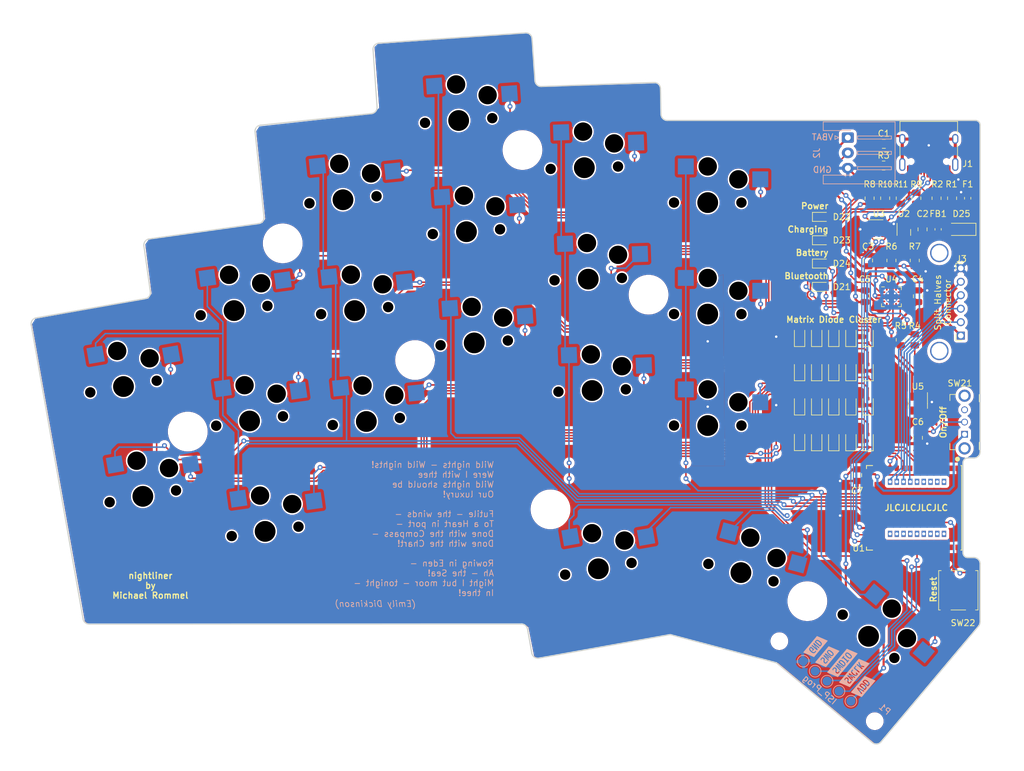
<source format=kicad_pcb>
(kicad_pcb (version 20221018) (generator pcbnew)
  (layers (0 "F.Cu" signal) (31 "B.Cu" signal) (34 "B.Paste" user) (35 "F.Paste" user) (36 "B.SilkS" user "B.Silkscreen") (37 "F.SilkS" user "F.Silkscreen") (38 "B.Mask" user) (39 "F.Mask" user) (44 "Edge.Cuts" user))
  (net 0 "")
  (net 1 "GNDS")
  (net 2 "GND")
  (net 3 "VBUS")
  (net 4 "/VBAT")
  (net 5 "VIN")
  (net 6 "Net-(SW21-B)")
  (net 7 "VDD")
  (net 8 "Net-(D1-A)")
  (net 9 "ROW0")
  (net 10 "Net-(D2-A)")
  (net 11 "Net-(D3-A)")
  (net 12 "Net-(D4-A)")
  (net 13 "Net-(D5-A)")
  (net 14 "Net-(D6-A)")
  (net 15 "ROW1")
  (net 16 "Net-(D7-A)")
  (net 17 "Net-(D8-A)")
  (net 18 "Net-(D9-A)")
  (net 19 "Net-(D10-A)")
  (net 20 "Net-(D11-A)")
  (net 21 "ROW2")
  (net 22 "Net-(D12-A)")
  (net 23 "ROW3")
  (net 24 "Net-(D13-A)")
  (net 25 "Net-(D14-A)")
  (net 26 "Net-(D15-A)")
  (net 27 "Net-(D16-A)")
  (net 28 "Net-(D17-A)")
  (net 29 "Net-(D18-A)")
  (net 30 "Net-(D19-A)")
  (net 31 "Net-(D20-A)")
  (net 32 "Net-(D21-K)")
  (net 33 "BT_LED")
  (net 34 "Net-(D22-K)")
  (net 35 "Net-(D22-A)")
  (net 36 "Net-(D23-K)")
  (net 37 "Net-(D23-A)")
  (net 38 "Net-(D24-K)")
  (net 39 "BAT_STAT")
  (net 40 "Net-(F1-Pad1)")
  (net 41 "Net-(F1-Pad2)")
  (net 42 "Net-(J1-CC1)")
  (net 43 "/DPlus")
  (net 44 "/DMinus")
  (net 46 "Net-(J1-CC2)")
  (net 48 "/BAT_TEMP")
  (net 49 "CHARGE_CTRL_1")
  (net 50 "Net-(U4-ISET)")
  (net 51 "CHARGE_CTRL_2")
  (net 52 "VSENSE")
  (net 53 "COL0")
  (net 54 "COL1")
  (net 55 "COL2")
  (net 56 "COL3")
  (net 57 "COL4")
  (net 58 "RESET")
  (net 59 "SWCLK")
  (net 60 "SWDIO")
  (net 61 "SWO")
  (net 67 "Net-(D25-A)")
  (net 68 "RX")
  (net 69 "TX")
  (net 70 "RTS")
  (net 84 "D+")
  (net 85 "D-")
  (net 98 "CTS")
  (footprint "Diode_SMD:D_SOD-323" (layer "F.Cu") (at 144.018 84.074 90)
    (fp_text reference "D11" hide)
    (fp_text value "D_Small")
  )
  (footprint "Resistor_SMD:R_0805_2012Metric" (layer "F.Cu") (at 159.004 60.452 -90)
    (fp_text reference "R6")
    (fp_text value "806k")
  )
  (footprint "Diode_SMD:D_SOD-323" (layer "F.Cu") (at 146.812 89.916 90)
    (fp_text reference "D17" hide)
    (fp_text value "D_Small")
  )
  (footprint "Resistor_SMD:R_0805_2012Metric" (layer "F.Cu") (at 155.448 50.292 -90)
    (fp_text reference "R8")
    (fp_text value "1k")
  )
  (footprint "LED_SMD:LED_0603_1608Metric" (layer "F.Cu") (at 147.5995 60.96)
    (fp_text reference "D24")
    (fp_text value "BAT_STATUS")
  )
  (footprint "Connector_USB:USB_C_Receptacle_HRO_TYPE-C-31-M-12" (layer "F.Cu") (at 165.1 41.656 180)
    (fp_text reference "J1")
    (fp_text value "TYPE-C-31-M-12")
  )
  (footprint "miro_keyboard:Kailh_Choc_CPG135001D02_Hotswap" (layer "F.Cu") (at 54.280218 86.664522 8)
    (fp_text reference "SW6" hide)
    (fp_text value "pinky_home")
  )
  (footprint "miro_keyboard:StandOff_6mm_M3" (layer "F.Cu") (at 59.69 57.658)
    (fp_text reference "H2" hide)
    (fp_text value "MountingHole_M3")
  )
  (footprint "miro_keyboard:Kailh_Choc_CPG135001D02_Hotswap" (layer "F.Cu") (at 69.521877 50.543944 6)
    (fp_text reference "SW2" hide)
    (fp_text value "ring_top")
  )
  (footprint "Diode_SMD:D_SOD-323" (layer "F.Cu") (at 155.194 84.074 90)
    (fp_text reference "D15" hide)
    (fp_text value "D_Small")
  )
  (footprint "Diode_SMD:D_SOD-323" (layer "F.Cu") (at 155.194 89.916 90)
    (fp_text reference "D20" hide)
    (fp_text value "D_Small")
  )
  (footprint "Diode_SMD:D_SOD-323" (layer "F.Cu") (at 144.018 89.882 90)
    (fp_text reference "D16" hide)
    (fp_text value "D_Small")
  )
  (footprint "Capacitor_SMD:C_0805_2012Metric" (layer "F.Cu") (at 163.322 66.294 90)
    (fp_text reference "C4")
    (fp_text value "4.7uF")
  )
  (footprint "Capacitor_SMD:C_0805_2012Metric" (layer "F.Cu") (at 157.7715 41.402)
    (fp_text reference "C1")
    (fp_text value "1nF")
  )
  (footprint "miro_keyboard:HOLYIOT-18010-UndersidePins-SMD" (layer "F.Cu") (at 164.084 100.838 -90)
    (fp_text reference "U1")
    (fp_text value "holyiot-18010" hide)
  )
  (footprint "Diode_SMD:D_SOD-323" (layer "F.Cu") (at 155.194 72.898 90)
    (fp_text reference "D5" hide)
    (fp_text value "D_Small")
  )
  (footprint "miro_keyboard:Kailh_Choc_CPG135001D02_Hotswap" (layer "F.Cu") (at 88.392865 37.602669 4)
    (fp_text reference "SW3" hide)
    (fp_text value "middle_top")
  )
  (footprint "Package_SON:WSON-6-1EP_2x2mm_P0.65mm_EP1x1.6mm" (layer "F.Cu") (at 161.036 55.372 -90)
    (fp_text reference "U2")
    (fp_text value "TVS2200DRV")
  )
  (footprint "miro_keyboard:SW_Push_1P1T_NO_CK_KSC4xxJ" (layer "F.Cu") (at 169.926 114.3 -90)
    (fp_text reference "SW22")
    (fp_text value "RESET")
  )
  (footprint "miro_keyboard:Kailh_Choc_CPG135001D02_Hotswap" (layer "F.Cu") (at 33.705908 81.040688 10)
    (fp_text reference "SW16" hide)
    (fp_text value "outer_top")
  )
  (footprint "Capacitor_SMD:C_0603_1608Metric" (layer "F.Cu") (at 166.624 55.372 -90)
    (fp_text reference "FB1")
    (fp_text value "Ferrite")
  )
  (footprint "miro_keyboard:StandOff_6mm_M3" (layer "F.Cu") (at 119.38 66.04)
    (fp_text reference "H5" hide)
    (fp_text value "MountingHole_M3")
  )
  (footprint "Resistor_SMD:R_0805_2012Metric" (layer "F.Cu") (at 160.528 50.292 -90)
    (fp_text reference "R11")
    (fp_text value "1k")
  )
  (footprint "miro_keyboard:Kailh_Choc_CPG135001D02_Hotswap" (layer "F.Cu") (at 155.272848 121.818187 -40)
    (fp_text reference "SW20" hide)
    (fp_text value "far_thumb")
  )
  (footprint "LED_SMD:LED_0603_1608Metric" (layer "F.Cu") (at 147.5995 64.77)
    (fp_text reference "D21")
    (fp_text value "BT_LED")
  )
  (footprint "Resistor_SMD:R_0805_2012Metric" (layer "F.Cu") (at 162.814 73.406 90)
    (fp_text reference "R4")
    (fp_text value "10k")
  )
  (footprint "miro_keyboard:Kailh_Choc_CPG135001D02_Hotswap" (layer "F.Cu") (at 129.032302 51.006119)
    (fp_text reference "SW5" hide)
    (fp_text value "inner_top")
  )
  (footprint "miro_keyboard:Kailh_Choc_CPG135001D02_Hotswap" (layer "F.Cu") (at 134.452335 111.418932 -15)
    (fp_text reference "SW19" hide)
    (fp_text value "home_thumb")
  )
  (footprint "Resistor_SMD:R_0805_2012Metric" (layer "F.Cu") (at 157.988 50.292 -90)
    (fp_text reference "R10")
    (fp_text value "1k")
  )
  (footprint "LED_SMD:LED_0603_1608Metric" (layer "F.Cu") (at 147.5995 57.15)
    (fp_text reference "D23")
    (fp_text value "CHARGE_LED")
  )
  (footprint "miro_keyboard:Kailh_Choc_CPG135001D02_Hotswap" (layer "F.Cu") (at 129.032302 69.206119)
    (fp_text reference "SW10" hide)
    (fp_text value "inner_home")
  )
  (footprint "Capacitor_SMD:C_0805_2012Metric" (layer "F.Cu") (at 154.686 66.294 90)
    (fp_text reference "C5")
    (fp_text value "10uF")
  )
  (footprint "Diode_SMD:D_SOD-323" (layer "F.Cu") (at 149.606 89.916 90)
    (fp_text reference "D18" hide)
    (fp_text value "D_Small")
  )
  (footprint "miro_keyboard:Kailh_Choc_CPG135001D02_Hotswap" (layer "F.Cu") (at 73.326713 86.744541 6)
    (fp_text reference "SW12" hide)
    (fp_text value "ring_bottom")
  )
  (footprint "miro_keyboard:MagConn_6pin_left" (layer "F.Cu") (at 170.324 72.726 90)
    (fp_text reference "J3")
    (fp_text value "Serial" hide)
  )
  (footprint "Diode_SMD:D_SOD-323" (layer "F.Cu") (at 146.812 72.898 90)
    (fp_text reference "D2" hide)
    (fp_text value "D_Small")
  )
  (footprint "Diode_SMD:D_SOD-323" (layer "F.Cu") (at 146.812 78.486 90)
    (fp_text reference "D7" hide)
    (fp_text value "D_Small")
  )
  (footprint "Resistor_SMD:R_0805_2012Metric" (layer "F.Cu") (at 157.734 44.958)
    (fp_text reference "R3")
    (fp_text value "1M")
  )
  (footprint "Diode_SMD:D_SOD-123" (layer "F.Cu") (at 170.434 55.372 180)
    (fp_text reference "D25")
    (fp_text value "1N5819W")
  )
  (footprint "miro_keyboard:Kailh_Choc_CPG135001D02_Hotswap" (layer "F.Cu") (at 109.536183 63.501962 2)
    (fp_text reference "SW9" hide)
    (fp_text value "index_home")
  )
  (footprint "Diode_SMD:D_SOD-323" (layer "F.Cu") (at 152.4 89.916 90)
    (fp_text reference "D19" hide)
    (fp_text value "D_Small")
  )
  (footprint "Diode_SMD:D_SOD-323" (layer "F.Cu") (at 144.018 78.486 90)
    (fp_text reference "D6" hide)
    (fp_text value "D_Small")
  )
  (footprint "Resistor_SMD:R_0805_2012Metric" (layer "F.Cu") (at 160.528 73.406 90)
    (fp_text reference "R5")
    (fp_text value "3.9k")
  )
  (footprint "miro_keyboard:Kailh_Choc_CPG135001D02_Hotswap" (layer "F.Cu") (at 51.747267 68.641643 8)
    (fp_text reference "SW1" hide)
    (fp_text value "pinky_top")
  )
  (footprint "Resistor_SMD:R_0805_2012Metric" (layer "F.Cu") (at 162.814 60.452 90)
    (fp_text reference "R7")
    (fp_text value "2M")
  )
  (footprint "miro_keyboard:SW_ROCPU_SK-12D07-5_SPDT_Angled" (layer "F.Cu") (at 170.942 88.836 90)
    (fp_text reference "SW21")
    (fp_text value "ON_OFF")
  )
  (footprint "Resistor_SMD:R_0805_2012Metric" (layer "F.Cu") (at 168.91 50.292 90)
    (fp_text reference "R1")
    (fp_text value "5.1k")
  )
  (footprint "miro_keyboard:Kailh_Choc_CPG135001D02_Hotswap" (layer "F.Cu") (at 129.032302 87.406119)
    (fp_text reference "SW15" hide)
    (fp_text value "inner_bottom")
  )
  (footprint "Package_TO_SOT_SMD:SOT-23-5" (layer "F.Cu") (at 163.322 83.82 -90)
    (fp_text reference "U5")
    (fp_text value "XC6220B331MR")
  )
  (footprint "Diode_SMD:D_SOD-323" (layer "F.Cu") (at 144.018 72.898 90)
    (fp_text reference "D1" hide)
    (fp_text value "D_Small")
  )
  (footprint "miro_keyboard:StandOff_6mm_M3" (layer "F.Cu") (at 81.28 76.708)
    (fp_text reference "H3" hide)
    (fp_text value "MountingHole_M3")
  )
  (footprint "Resistor_SMD:R_0805_2012Metric" (layer "F.Cu") (at 163.068 50.292 90)
    (fp_text reference "R9")
    (fp_text value "1k")
  )
  (footprint "Diode_SMD:D_SOD-323" (layer "F.Cu") (at 149.606 72.898 90)
    (fp_text reference "D3" hide)
    (fp_text value "D_Small")
  )
  (footprint "miro_keyboard:StandOff_6mm_M3" (layer "F.Cu") (at 145.288 116.078)
    (fp_text reference "H7" hide)
    (fp_text value "MountingHole_M3")
  )
  (footprint "Package_TO_SOT_SMD:SOT-23-6" (layer "F.Cu") (at 156.8395 55.372)
    (fp_text reference "U3")
    (fp_text value "USBLC6-2SC6")
  )
  (footprint "miro_keyboard:Kailh_Choc_CPG135001D02_Hotswap" (layer "F.Cu") (at 89.662432 55.758334 4)
    (fp_text reference "SW8" hide)
    (fp_text value "middle_home")
  )
  (footprint "miro_keyboard:Kailh_Choc_CPG135001D02_Hotswap" (layer "F.Cu") (at 56.813168 104.687401 8)
    (fp_text reference "SW11" hide)
    (fp_text value "pinky_bottom")
  )
  (footprint "miro_keyboard:Kailh_Choc_CPG135001D02_Hotswap" (layer "F.Cu") (at 108.901012 45.313049 2)
    (fp_text reference "SW4" hide)
    (fp_text value "index_top")
  )
  (footprint "miro_keyboard:StandOff_6mm_M3" (layer "F.Cu") (at 103.378 101.092)
    (fp_text reference "H6" hide)
    (fp_text value "MountingHole_M3")
  )
  (footprint "Diode_SMD:D_SOD-323" (layer "F.Cu") (at 152.4 72.898 90)
    (fp_text reference "D4" hide)
    (fp_text value "D_Small")
  )
  (footprint "LED_SMD:LED_0603_1608Metric" (layer "F.Cu") (at 147.5995 53.34)
    (fp_text reference "D22")
    (fp_text value "PWR_GOOD_LED")
  )
  (footprint "Diode_SMD:D_SOD-323" (layer "F.Cu") (at 152.4 84.074 90)
    (fp_text reference "D14" hide)
    (fp_text value "D_Small")
  )
  (footprint "miro_keyboard:Kailh_Choc_CPG135001D02_Hotswap" (layer "F.Cu") (at 90.932 73.914 4)
    (fp_text reference "SW13" hide)
    (fp_text value "middle_bottom")
  )
  (footprint "miro_keyboard:Kailh_Choc_CPG135001D02_Hotswap" (layer "F.Cu") (at 36.866305 98.964189 10)
    (fp_text reference "SW17" hide)
    (fp_text value "outer_home")
  )
  (footprint "miro_keyboard:Kailh_Choc_CPG135001D02_Hotswap" (layer "F.Cu") (at 71.424295 68.644242 6)
    (fp_text reference "SW7" hide)
    (fp_text value "ring_home")
  )
  (footprint "Capacitor_SMD:C_0805_2012Metric" (layer "F.Cu") (at 153.416 95.504 -90)
    (fp_text reference "C7")
    (fp_text value "10uF")
  )
  (footprint "Capacitor_SMD:C_0805_2012Metric" (layer "F.Cu") (at 164.084 55.372 -90)
    (fp_text reference "C2")
    (fp_text value "1uF")
  )
  (footprint "miro_keyboard:Kailh_Choc_CPG135001D02_Hotswap" (layer "F.Cu") (at 110.171354 81.690875 2)
    (fp_text reference "SW14" hide)
    (fp_text value "index_bottom")
  )
  (footprint "miro_keyboard:StandOff_6mm_M3" (layer "F.Cu") (at 98.806 42.418)
    (fp_text reference "H4" hide)
    (fp_text value "MountingHole_M3")
  )
  (footprint "Capacitor_SMD:C_0805_2012Metric" (layer "F.Cu") (at 163.322 89.408 -90)
    (fp_text reference "C6")
    (fp_text value "10uF")
  )
  (footprint "Diode_SMD:D_SOD-323" (layer "F.Cu") (at 152.4 78.486 90)
    (fp_text reference "D9" hide)
    (fp_text value "D_Small")
  )
  (footprint "Diode_SMD:D_SOD-323" (layer "F.Cu") (at 149.606 78.486 90)
    (fp_text reference "D8" hide)
    (fp_text value "D_Small")
  )
  (footprint "Diode_SMD:D_SOD-323" (layer "F.Cu") (at 155.194 78.486 90)
    (fp_text reference "D10" hide)
    (fp_text value "D_Small")
  )
  (footprint "Diode_SMD:D_SOD-323" (layer "F.Cu") (at 149.606 84.074 90)
    (fp_text reference "D13" hide)
    (fp_text value "D_Small")
  )
  (footprint "Fuse:Fuse_0603_1608Metric" (layer "F.Cu") (at 171.45 50.292 -90)
    (fp_text reference "F1")
    (fp_text value "500mA")
  )
  (footprint "miro_keyboard:StandOff_6mm_M3" (layer "F.Cu") (at 44.196 88.392)
    (fp_text reference "H1" hide)
    (fp_text value "Standoff_6mm_M3")
  )
  (footprint "Capacitor_SMD:C_0805_2012Metric" (layer "F.Cu") (at 155.194 60.452 90)
    (fp_text reference "C3")
    (fp_text value "4.7uF")
  )
  (footprint "miro_keyboard:Kailh_Choc_CPG135001D02_Hotswap" (layer "F.Cu") (at 111.187627 110.793136 10)
    (fp_text reference "SW18" hide)
    (fp_text value "near_thumb")
  )
  (footprint "Diode_SMD:D_SOD-323" (layer "F.Cu") (at 146.812 84.074 90)
    (fp_text reference "D12" hide)
    (fp_text value "D_Small")
  )
  (footprint "Resistor_SMD:R_0805_2012Metric" (layer "F.Cu") (at 166.37 50.292 90)
    (fp_text reference "R2")
    (fp_text value "5.1k")
  )
  (footprint "miro_keyboard:VQFN-16-1EP_3x3mm_P0.5mm_EP1.6x1.6mm_ThermalVias" (layer "F.Cu") (at 159.008 66.3805)
    (fp_text reference "U4")
    (fp_text value "BQ24075RGT")
  )
  (footprint "Connector_JST:JST_XH_S3B-XH-A-1_1x03_P2.50mm_Horizontal" (layer "B.Cu") (at 151.892 40.386 -90)
    (fp_text reference "J2")
    (fp_text value "Battery")
  )
  (footprint "miro_keyboard:ISP_Programming_Pads" (layer "B.Cu") (at 156.286764 135.671403 140)
    (fp_text reference "P1")
    (fp_text value "ISP_Prog")
  )
  (gr_arc (start 74.430166 26.043038) (mid 74.673023 25.317213) (end 75.357973 24.975717) (stroke (width 0.2)) (layer "Edge.Cuts"))
  (gr_line (start 19.463111 69.827544) (end 37.275512 66.686737) (stroke (width 0.2)) (layer "Edge.Cuts"))
  (gr_line (start 74.430166 26.043038) (end 75.084814 35.404942) (stroke (width 0.2)) (layer "Edge.Cuts"))
  (gr_line (start 172.465991 92.709999) (end 171.45 92.71) (stroke (width 0.2)) (layer "Edge.Cuts"))
  (gr_line (start 101.881091 32.049016) (end 120.286206 31.406295) (stroke (width 0.2)) (layer "Edge.Cuts"))
  (gr_line (start 140.247989 126.146179) (end 155.894551 139.170881) (stroke (width 0.2)) (layer "Edge.Cuts"))
  (gr_line (start 37.039475 58.07271) (end 38.092132 65.562756) (stroke (width 0.2)) (layer "Edge.Cuts"))
  (gr_line (start 56.067979 38.374109) (end 74.191778 36.469221) (stroke (width 0.2)) (layer "Edge.Cuts"))
  (gr_arc (start 18.651952 70.986) (mid 18.817607 70.238776) (end 19.463111 69.827544) (stroke (width 0.2)) (layer "Edge.Cuts"))
  (gr_arc (start 172.466 108.965999) (mid 173.184413 109.263571) (end 173.482 109.981978) (stroke (width 0.2)) (layer "Edge.Cuts"))
  (gr_arc (start 101.881091 32.049016) (mid 101.177089 31.792762) (end 100.848627 31.119381) (stroke (width 0.2)) (layer "Edge.Cuts"))
  (gr_line (start 18.651952 70.986) (end 27.117404 118.995964) (stroke (width 0.2)) (layer "Edge.Cuts"))
  (gr_line (start 100.366831 24.22937) (end 100.848627 31.119381) (stroke (width 0.2)) (layer "Edge.Cuts"))
  (gr_arc (start 122.428 37.591376) (mid 121.71002 37.293979) (end 121.412623 36.575999) (stroke (width 0.2)) (layer "Edge.Cuts"))
  (gr_line (start 37.89057 56.943269) (end 55.779506 54.429143) (stroke (width 0.2)) (layer "Edge.Cuts"))
  (gr_line (start 122.909135 121.532396) (end 140.247989 126.146179) (stroke (width 0.2)) (layer "Edge.Cuts"))
  (gr_arc (start 56.634855 53.334346) (mid 56.428351 54.054534) (end 55.779506 54.429143) (stroke (width 0.2)) (layer "Edge.Cuts"))
  (gr_arc (start 99.29951 23.301562) (mid 100.025339 23.544405) (end 100.366831 24.22937) (stroke (width 0.2)) (layer "Edge.Cuts"))
  (gr_line (start 98.684662 119.80967) (end 28.10257 119.822315) (stroke (width 0.2)) (layer "Edge.Cuts"))
  (gr_line (start 99.627923 120.625488) (end 100.335956 124.570796) (stroke (width 0.2)) (layer "Edge.Cuts"))
  (gr_line (start 157.303383 139.047624) (end 173.228 120.141999) (stroke (width 0.2)) (layer "Edge.Cuts"))
  (gr_line (start 171.449992 108.965999) (end 172.466 108.965999) (stroke (width 0.2)) (layer "Edge.Cuts"))
  (gr_arc (start 157.303383 139.047624) (mid 156.624486 139.40108) (end 155.894551 139.170881) (stroke (width 0.2)) (layer "Edge.Cuts"))
  (gr_line (start 121.320496 32.370786) (end 121.412623 36.575999) (stroke (width 0.2)) (layer "Edge.Cuts"))
  (gr_arc (start 55.177985 39.473159) (mid 55.395385 38.739328) (end 56.067979 38.374109) (stroke (width 0.2)) (layer "Edge.Cuts"))
  (gr_line (start 75.357973 24.975717) (end 99.29951 23.301562) (stroke (width 0.2)) (layer "Edge.Cuts"))
  (gr_arc (start 38.092132 65.562757) (mid 37.910865 66.289688) (end 37.275512 66.686737) (stroke (width 0.2)) (layer "Edge.Cuts"))
  (gr_arc (start 37.039475 58.07271) (mid 37.231133 57.331747) (end 37.89057 56.943269) (stroke (width 0.2)) (layer "Edge.Cuts"))
  (gr_line (start 101.494412 125.381956) (end 122.909135 121.532396) (stroke (width 0.2)) (layer "Edge.Cuts"))
  (gr_line (start 55.177985 39.473159) (end 56.634855 53.334346) (stroke (width 0.2)) (layer "Edge.Cuts"))
  (gr_arc (start 171.449992 108.965999) (mid 170.911175 108.742804) (end 170.688 108.203979) (stroke (width 0.2)) (layer "Edge.Cuts"))
  (gr_arc (start 172.719989 37.591999) (mid 173.258812 37.81518) (end 173.482 38.354) (stroke (width 0.2)) (layer "Edge.Cuts"))
  (gr_line (start 170.688001 93.471999) (end 170.688 108.203979) (stroke (width 0.2)) (layer "Edge.Cuts"))
  (gr_arc (start 120.286205 31.406295) (mid 121.003104 31.674333) (end 121.320496 32.370786) (stroke (width 0.2)) (layer "Edge.Cuts"))
  (gr_line (start 122.428 37.591998) (end 172.719989 37.591999) (stroke (width 0.2)) (layer "Edge.Cuts"))
  (gr_arc (start 170.688001 93.471999) (mid 170.911185 92.933184) (end 171.45 92.71) (stroke (width 0.2)) (layer "Edge.Cuts"))
  (gr_line (start 173.482 38.354) (end 173.482 91.693999) (stroke (width 0.2)) (layer "Edge.Cuts"))
  (gr_arc (start 98.684662 119.809671) (mid 99.301316 120.049909) (end 99.627923 120.625488) (stroke (width 0.2)) (layer "Edge.Cuts"))
  (gr_arc (start 28.10257 119.822315) (mid 27.459551 119.588481) (end 27.117353 118.995973) (stroke (width 0.2)) (layer "Edge.Cuts"))
  (gr_arc (start 101.494412 125.381956) (mid 100.747198 125.216285) (end 100.335956 124.570796) (stroke (width 0.2)) (layer "Edge.Cuts"))
  (gr_arc (start 75.084814 35.404942) (mid 74.853263 36.117467) (end 74.191778 36.469221) (stroke (width 0.2)) (layer "Edge.Cuts"))
  (gr_arc (start 173.482 91.693999) (mid 173.184417 92.412423) (end 172.465991 92.709999) (stroke (width 0.2)) (layer "Edge.Cuts"))
  (gr_arc (start 173.482 119.379999) (mid 173.416828 119.781608) (end 173.228 120.141999) (stroke (width 0.2)) (layer "Edge.Cuts"))
  (gr_line (start 173.482 109.981978) (end 173.482 119.379999) (stroke (width 0.2)) (layer "Edge.Cuts"))
  (gr_text "GND" (at 149.352 46.228) (layer "B.SilkS") (effects (font (size 1 1)) (justify left bottom mirror)))
  (gr_text "(Emily Dickinson)" (at 81.534 117.094) (layer "B.SilkS") (effects (font (size 1 1) (thickness 0.12) italic) (justify left bottom mirror)))
  (gr_text "Wild nights - Wild nights!\nWere I with thee\nWild nights should be\nOur luxury!\n\nFutile - the winds -\nTo a Heart in port -\nDone with the Compass -\nDone with the Chart!\n\nRowing in Eden -\nAh - the Sea!\nMight I but moor - tonight -\nIn thee!" (at 94.234 115.316) (layer "B.SilkS") (effects (font (size 1 1) (thickness 0.125)) (justify left bottom mirror)))
  (gr_text "VBAT" (at 149.606 40.894) (layer "B.SilkS") (effects (font (size 1 1)) (justify left bottom mirror)))
  (gr_text "On/Off" (at 166.878 86.868 90) (layer "F.SilkS") (effects (font (size 1 1) (thickness 0.2) bold) (justify top)))
  (gr_text "Reset" (at 165.862 112.014 90) (layer "F.SilkS") (effects (font (size 1 1) (thickness 0.2) bold) (justify right)))
  (gr_text "nightliner\nby\nMichael Rommel" (at 38.1 113.538) (layer "F.SilkS") (effects (font (size 1 1) (thickness 0.2) bold)))
  (gr_text "Matrix Diode Cluster" (at 149.606 70.104) (layer "F.SilkS") (effects (font (size 1 1) (thickness 0.2) bold)))
  (gr_text "Split Halves\nConnector" (at 167.386 67.31 90) (layer "F.SilkS") (effects (font (size 1 1))))
  (gr_text "JLCJLCJLCJLC" (at 163.068 100.838) (layer "F.SilkS") (effects (font (size 1 1) (thickness 0.2) bold)))
  (gr_text "Power" (at 148.844 51.562) (layer "F.SilkS") (effects (font (size 1 1) (thickness 0.2) bold) (justify right)))
  (gr_text "Bluetooth" (at 148.844 62.992) (layer "F.SilkS") (effects (font (size 1 1) (thickness 0.2) bold) (justify right)))
  (gr_text "Charging" (at 148.844 55.372) (layer "F.SilkS") (effects (font (size 1 1) (thickness 0.2) bold) (justify right)))
  (gr_text "Battery" (at 148.844 59.182) (layer "F.SilkS") (effects (font (size 1 1) (thickness 0.2) bold) (justify right)))
  (segment (start 160.272 40.132) (end 160.78 40.64) (width 0.35) (layer "F.Cu") (net 1))
  (segment (start 160.78 40.64) (end 160.78 44.82) (width 0.5) (layer "F.Cu") (net 1))
  (segment (start 156.8215 40.7905) (end 157.48 40.132) (width 0.35) (layer "F.Cu") (net 1))
  (segment (start 169.42 40.64) (end 169.42 44.82) (width 0.5) (layer "F.Cu") (net 1))
  (segment (start 156.8215 41.402) (end 156.8215 40.7905) (width 0.35) (layer "F.Cu") (net 1))
  (segment (start 157.48 40.132) (end 160.272 40.132) (width 0.35) (layer "F.Cu") (net 1))
  (segment (start 156.8215 41.402) (end 156.8215 44.958) (width 0.35) (layer "F.Cu") (net 1))
  (segment (start 169.42 40.64) (end 160.78 40.64) (width 0.5) (layer "F.Cu") (net 1))
  (segment (start 164.143 50.4545) (end 164.143 54.363) (width 0.35) (layer "F.Cu") (net 2))
  (segment (start 161.4405 58.166) (end 162.814 59.5395) (width 0.35) (layer "F.Cu") (net 2))
  (segment (start 154.686 65.635117) (end 156.21 67.159117) (width 0.35) (layer "F.Cu") (net 2))
  (segment (start 156.21 67.31) (end 156.3895 67.1305) (width 0.25) (layer "F.Cu") (net 2))
  (segment (start 169.784 94.388) (end 169.784 105.552) (width 0.35) (layer "F.Cu") (net 2))
  (segment (start 159.3865 54.4845) (end 160.386 54.4845) (width 0.35) (layer "F.Cu") (net 2))
  (segment (start 161.686 54.4845) (end 161.036 54.4845) (width 0.35) (layer "F.Cu") (net 2))
  (segment (start 153.924 58.232) (end 153.924 55.372) (width 0.35) (layer "F.Cu") (net 2))
  (segment (start 158.7215 44.883) (end 158.6465 44.958) (width 0.35) (layer "F.Cu") (net 2))
  (segment (start 164.592 62.23) (end 164.084 62.738) (width 0.35) (layer "F.Cu") (net 2))
  (segment (start 163.322 83.137462) (end 163.904538 83.72) (width 0.35) (layer "F.Cu") (net 2))
  (segment (start 150.622 106.426) (end 152.4 108.204) (width 0.35) (layer "F.Cu") (net 2))
  (segment (start 156.3895 67.1305) (end 157.5705 67.1305) (width 0.25) (layer "F.Cu") (net 2))
  (segment (start 168.91 49.3795) (end 166.37 49.3795) (width 0.35) (layer "F.Cu") (net 2))
  (segment (start 158.258 68.31) (end 157.988 68.58) (width 0.25) (layer "F.Cu") (net 2))
  (segment (start 159.512 46.482) (end 158.6465 45.6165) (width 0.35) (layer "F.Cu") (net 2))
  (segment (start 156.464 68.58) (end 156.21 68.326) (width 0.25) (layer "F.Cu") (net 2))
  (segment (start 154.686 65.344) (end 154.686 65.635117) (width 0.35) (layer "F.Cu") (net 2))
  (segment (start 153.924 55.372) (end 155.702 55.372) (width 0.35) (layer "F.Cu") (net 2))
  (segment (start 151.892 45.386) (end 152.988 46.482) (width 0.35) (layer "F.Cu") (net 2))
  (segment (start 161.85 45.735) (end 161.85 46.176) (width 0.35) (layer "F.Cu") (net 2))
  (segment (start 167.926 116.84) (end 167.926 111.4) (width 0.35) (layer "F.Cu") (net 2))
  (segment (start 164.143 54.363) (end 164.084 54.422) (width 0.35) (layer "F.Cu") (net 2))
  (segment (start 152.988 46.482) (end 159.512 46.482) (width 0.35) (layer "F.Cu") (net 2))
  (segment (start 159.721992 62.738) (end 158.758 63.701992) (width 0.35) (layer "F.Cu") (net 2))
  (segment (start 157.988 68.58) (end 156.464 68.58) (width 0.25) (layer "F.Cu") (net 2))
  (segment (start 163.068 49.3795) (end 161.9535 49.3795) (width 0.35) (layer "F.Cu") (net 2))
  (segment (start 163.904538 83.72) (end 165.454 83.72) (width 0.35) (layer "F.Cu") (net 2))
  (segment (start 161.85 48.058) (end 161.85 49.276) (width 0.35) (layer "F.Cu") (net 2))
  (segment (start 163.068 49.3795) (end 164.143 50.4545) (width 0.35) (layer "F.Cu") (net 2))
  (segment (start 161.85 49.8825) (end 160.528 51.2045) (width 0.35) (layer "F.Cu") (net 2))
  (segment (start 157.797519 58.166) (end 161.4405 58.166) (width 0.35) (layer "F.Cu") (net 2))
  (segment (start 150.622 102.108) (end 150.622 106.426) (width 0.35) (layer "F.Cu") (net 2))
  (segment (start 150.622 96.454) (end 153.416 96.454) (width 0.35) (layer "F.Cu") (net 2))
  (segment (start 169.926 47.2315) (end 169.8465 47.2315) (width 0.35) (layer "F.Cu") (net 2))
  (segment (start 165.454 83.72) (end 165.608 83.566) (width 0.35) (layer "F.Cu") (net 2))
  (segment (start 155.194 59.502) (end 156.517 58.179) (width 0.35) (layer "F.Cu") (net 2))
  (segment (start 164.846 90.358) (end 163.322 90.358) (width 0.35) (layer "F.Cu") (net 2))
  (segment (start 152.974 65.344) (end 150.622 62.992) (width 0.35) (layer "F.Cu") (net 2))
  (segment (start 169.784 105.552) (end 169.102 106.234) (width 0.35) (layer "F.Cu") (net 2))
  (segment (start 158.6465 45.6165) (end 158.6465 44.958) (width 0.35) (layer "F.Cu") (net 2))
  (segment (start 158.258 67.818) (end 158.258 68.31) (width 0.25) (layer "F.Cu") (net 2))
  (segment (start 167.926 111.4) (end 169.784 109.542) (width 0.35) (layer "F.Cu") (net 2))
  (segment (start 161.85 45.735) (end 161.85 48.058) (width 0.35) (layer "F.Cu") (net 2))
  (segment (start 164.084 62.738) (end 159.721992 62.738) (width 0.35) (layer "F.Cu") (net 2))
  (segment (start 163.4255 59.5395) (end 162.814 59.5395) (width 0.35) (layer "F.Cu") (net 2))
  (segment (start 164.0215 54.4845) (end 161.686 54.4845) (width 0.35) (layer "F.Cu") (net 2))
  (segment (start 164.084 60.198) (end 163.4255 59.5395) (width 0.35) (layer "F.Cu") (net 2))
  (segment (start 161.544 46.482) (end 159.512 46.482) (width 0.35) (layer "F.Cu") (net 2))
  (segment (start 156.584 106.838) (end 156.584 107.288) (width 0.35) (layer "F.Cu") (net 2))
  (segment (start 170.3755 49.302905) (end 170.298905 49.3795) (width 0.35) (layer "F.Cu") (net 2))
  (segment (start 150.622 62.992) (end 150.622 58.166) (width 0.35) (layer "F.Cu") (net 2))
  (segment (start 153.416 55.372) (end 153.924 55.372) (width 0.35) (layer "F.Cu") (net 2))
  (segment (start 161.036 54.4845) (end 160.386 54.4845) (width 0.35) (layer "F.Cu") (net 2))
  (segment (start 169.102 106.234) (end 157.188 106.234) (width 0.35) (layer "F.Cu") (net 2))
  (segment (start 155.668 108.204) (end 156.584 107.288) (width 0.35) (layer "F.Cu") (net 2))
  (segment (start 164.846 65.344) (end 163.322 65.344) (width 0.35) (layer "F.Cu") (net 2))
  (segment (start 170.298905 49.3795) (end 168.91 49.3795) (width 0.35) (layer "F.Cu") (net 2))
  (segment (start 156.21 68.326) (end 156.21 67.31) (width 0.25) (layer "F.Cu") (net 2))
  (segment (start 156.517 58.179) (end 157.784519 58.179) (width 0.35) (layer "F.Cu") (net 2))
  (segment (start 169.8465 47.2315) (end 168.35 45.735) (width 0.35) (layer "F.Cu") (net 2))
  (segment (start 150.622 58.166) (end 153.416 55.372) (width 0.35) (layer "F.Cu") (net 2))
  (segment (start 161.85 46.176) (end 161.544 46.482) (width 0.35) (layer "F.Cu") (net 2))
  (segment (start 155.194 59.502) (end 153.924 58.232) (width 0.35) (layer "F.Cu") (net 2))
  (segment (start 169.784 109.542) (end 169.784 107.288) (width 0.35) (layer "F.Cu") (net 2))
  (segment (start 157.784519 58.179) (end 157.797519 58.166) (width 0.35) (layer "F.Cu") (net 2))
  (segment (start 164.084 54.422) (end 164.0215 54.4845) (width 0.35) (layer "F.Cu") (net 2))
  (segment (start 164.084 61.722) (end 164.084 60.198) (width 0.35) (layer "F.Cu") (net 2))
  (segment (start 161.85 49.276) (end 161.85 49.8825) (width 0.35) (layer "F.Cu") (net 2))
  (segment (start 157.188 106.234) (end 156.584 106.838) (width 0.35) (layer "F.Cu") (net 2))
  (segment (start 164.592 62.23) (end 164.084 61.722) (width 0.35) (layer "F.Cu") (net 2))
  (segment (start 163.322 83.137462) (end 163.322 82.6825) (width 0.35) (layer "F.Cu") (net 2))
  (segment (start 154.686 65.344) (end 152.974 65.344) (width 0.35) (layer "F.Cu") (net 2))
  (segment (start 158.758 63.701992) (end 158.758 64.943) (width 0.35) (layer "F.Cu") (net 2))
  (segment (start 158.7215 41.402) (end 158.7215 44.883) (width 0.35) (layer "F.Cu") (net 2))
  (segment (start 152.4 108.204) (end 155.668 108.204) (width 0.35) (layer "F.Cu") (net 2))
  (segment (start 161.9535 49.3795) (end 161.85 49.276) (width 0.35) (layer "F.Cu") (net 2))
  (via (at 164.846 65.344) (size 0.8) (drill 0.4) (layers "F.Cu" "B.Cu") (net 2))
  (via (at 165.1 41.656) (size 0.8) (drill 0.4) (layers "F.Cu" "B.Cu") (net 2))
  (via (at 164.592 62.23) (size 0.8) (drill 0.4) (layers "F.Cu" "B.Cu") (net 2))
  (via (at 150.622 96.454) (size 0.8) (drill 0.4) (layers "F.Cu" "B.Cu") (net 2))
  (via (at 159.3865 54.4845) (size 0.8) (drill 0.4) (layers "F.Cu" "B.Cu") (net 2))
  (via (at 140.208 72.898) (size 0.8) (drill 0.4) (layers "F.Cu" "B.Cu") (net 2))
  (via (at 170.3755 49.302905) (size 0.8) (drill 0.4) (layers "F.Cu" "B.Cu") (net 2))
  (via (at 153.924 55.372) (size 0.8) (drill 0.4) (layers "F.Cu" "B.Cu") (net 2))
  (via (at 129.032 73.66) (size 0.8) (drill 0.4) (layers "F.Cu" "B.Cu") (net 2))
  (via (at 164.846 90.358) (size 0.8) (drill 0.4) (layers "F.Cu" "B.Cu") (net 2))
  (via (at 169.926 47.2315) (size 0.8) (drill 0.4) (layers "F.Cu" "B.Cu") (net 2))
  (via (at 140.208 84.074) (size 0.8) (drill 0.4) (layers "F.Cu" "B.Cu") (net 2))
  (via (at 165.608 83.566) (size 0.8) (drill 0.4) (layers "F.Cu" "B.Cu") (net 2))
  (via (at 150.622 102.108) (size 0.8) (drill 0.4) (layers "F.Cu" "B.Cu") (net 2))
  (via (at 129.032 84.328) (size 0.8) (drill 0.4) (layers "F.Cu" "B.Cu") (net 2))
  (segment (start 164.846 86.614) (end 165.608 85.852) (width 0.35) (layer "B.Cu") (net 2))
  (segment (start 159.3865 54.4845) (end 158.499 55.372) (width 0.35) (layer "B.Cu") (net 2))
  (segment (start 150.622 102.108) (end 150.622 96.454) (width 0.35) (layer "B.Cu") (net 2))
  (segment (start 164.592 62.23) (end 165.1 61.722) (width 0.35) (layer "B.Cu") (net 2))
  (segment (start 165.608 85.852) (end 165.608 83.566) (width 0.35) (layer "B.Cu") (net 2))
  (segment (start 169.926 47.2315) (end 169.926 48.26) (width 0.35) (layer "B.Cu") (net 2))
  (segment (start 165.1 61.722) (end 170.238001 61.722) (width 0.35) (layer "B.Cu") (net 2))
  (segment (start 170.3755 48.7095) (end 170.3755 49.302905) (width 0.35) (layer "B.Cu") (net 2))
  (segment (start 164.846 62.484) (end 164.592 62.23) (width 0.35) (layer "B.Cu") (net 2))
  (segment (start 169.926 48.26) (end 170.3755 48.7095) (width 0.35) (layer "B.Cu") (net 2))
  (segment (start 171.704 76.2) (end 165.608 82.296) (width 0.35) (layer "B.Cu") (net 2))
  (segment (start 158.499 55.372) (end 153.924 55.372) (width 0.35) (layer "B.Cu") (net 2))
  (segment (start 165.608 82.296) (end 165.608 83.566) (width 0.35) (layer "B.Cu") (net 2))
  (segment (start 164.846 90.358) (end 164.846 86.614) (width 0.35) (layer "B.Cu") (net 2))
  (segment (start 164.846 65.344) (end 164.846 62.484) (width 0.35) (layer "B.Cu") (net 2))
  (segment (start 170.336001 61.624) (end 171.704 62.992) (width 0.35) (layer "B.Cu") (net 2))
  (segment (start 170.238001 61.722) (end 170.336001 61.624) (width 0.35) (layer "B.Cu") (net 2))
  (segment (start 171.704 62.992) (end 171.704 76.2) (width 0.35) (layer "B.Cu") (net 2))
  (segment (start 160.528 63.7665) (end 159.758 64.5365) (width 0.35) (layer "F.Cu") (net 3))
  (segment (start 170.324 72.726) (end 167.386 69.788) (width 0.35) (layer "F.Cu") (net 3))
  (segment (start 167.386 66.548) (end 164.846 64.008) (width 0.35) (layer "F.Cu") (net 3))
  (segment (start 160.528 63.7665) (end 160.7695 64.008) (width 0.35) (layer "F.Cu") (net 3))
  (segment (start 169.926 59.69) (end 169.926 57.53) (width 0.35) (layer "F.Cu") (net 3))
  (segment (start 165.608 64.008) (end 169.926 59.69) (width 0.35) (layer "F.Cu") (net 3))
  (segment (start 164.846 64.008) (end 165.608 64.008) (width 0.35) (layer "F.Cu") (net 3))
  (segment (start 169.926 57.53) (end 172.084 55.372) (width 0.35) (layer "F.Cu") (net 3))
  (segment (start 167.386 69.788) (end 167.386 66.548) (width 0.35) (layer "F.Cu") (net 3))
  (segment (start 159.758 64.5365) (end 159.758 64.943) (width 0.35) (layer "F.Cu") (net 3))
  (segment (start 153.922 104.138) (end 155.384 104.138) (width 0.35) (layer "F.Cu") (net 3))
  (segment (start 160.7695 64.008) (end 164.846 64.008) (width 0.35) (layer "F.Cu") (net 3))
  (segment (start 153.797 104.013) (end 153.922 104.138) (width 0.35) (layer "F.Cu") (net 3))
  (via (at 153.797 104.013) (size 0.8) (drill 0.4) (layers "F.Cu" "B.Cu") (net 3))
  (via (at 160.528 63.7665) (size 0.8) (drill 0.4) (layers "F.Cu" "B.Cu") (net 3))
  (segment (start 159.258 62.23) (end 160.528 63.5) (width 0.35) (layer "B.Cu") (net 3))
  (segment (start 155.053 62.625) (end 155.448 62.23) (width 0.35) (layer "B.Cu") (net 3))
  (segment (start 153.275 93.326438) (end 155.053 91.548436) (width 0.35) (layer "B.Cu") (net 3))
  (segment (start 155.448 62.23) (end 159.258 62.23) (width 0.35) (layer "B.Cu") (net 3))
  (segment (start 153.797 104.013) (end 153.275 103.491) (width 0.35) (layer "B.Cu") (net 3))
  (segment (start 160.528 63.5) (end 160.528 63.7665) (width 0.35) (layer "B.Cu") (net 3))
  (segment (start 153.275 103.491) (end 153.275 93.326438) (width 0.35) (layer "B.Cu") (net 3))
  (segment (start 155.053 91.548436) (end 155.053 62.625) (width 0.35) (layer "B.Cu") (net 3))
  (segment (start 156.464 61.722) (end 156.591 61.595) (width 0.35) (layer "F.Cu") (net 4))
  (segment (start 157.734 60.8095) (end 157.734 61.468) (width 0.35) (layer "F.Cu") (net 4))
  (segment (start 157.734 61.468) (end 157.607 61.595) (width 0.35) (layer "F.Cu") (net 4))
  (segment (start 151.638 58.928) (end 154.112 61.402) (width 0.35) (layer "F.Cu") (net 4))
  (segment (start 156.5465 66.6305) (end 156.21 66.294) (width 0.35) (layer "F.Cu") (net 4))
  (segment (start 156.591 61.595) (end 156.398 61.402) (width 0.35) (layer "F.Cu") (net 4))
  (segment (start 150.876 50.546) (end 149.352 49.022) (width 0.35) (layer "F.Cu") (net 4))
  (segment (start 156.325096 66.178904) (end 156.21 66.294) (width 0.35) (layer "F.Cu") (net 4))
  (segment (start 156.464 63.729) (end 156.464 61.722) (width 0.35) (layer "F.Cu") (net 4))
  (segment (start 156.21 66.294) (end 156.3735 66.1305) (width 0.35) (layer "F.Cu") (net 4))
  (segment (start 156.398 61.402) (end 155.194 61.402) (width 0.35) (layer "F.Cu") (net 4))
  (segment (start 157.607 61.595) (end 156.591 61.595) (width 0.35) (layer "F.Cu") (net 4))
  (segment (start 159.004 59.5395) (end 157.734 60.8095) (width 0.35) (layer "F.Cu") (net 4))
  (segment (start 149.352 49.022) (end 149.352 42.926) (width 0.35) (layer "F.Cu") (net 4))
  (segment (start 156.3735 66.1305) (end 157.5705 66.1305) (width 0.35) (layer "F.Cu") (net 4))
  (segment (start 154.112 61.402) (end 155.194 61.402) (width 0.35) (layer "F.Cu") (net 4))
  (segment (start 157.5705 66.6305) (end 156.5465 66.6305) (width 0.35) (layer "F.Cu") (net 4))
  (segment (start 149.352 42.926) (end 151.892 40.386) (width 0.35) (layer "F.Cu") (net 4))
  (via (at 156.464 63.729) (size 0.8) (drill 0.4) (layers "F.Cu" "B.Cu") (net 4))
  (via (at 156.325096 66.178904) (size 0.8) (drill 0.4) (layers "F.Cu" "B.Cu") (net 4))
  (via (at 150.876 50.546) (size 0.8) (drill 0.4) (layers "F.Cu" "B.Cu") (net 4))
  (via (at 151.638 58.928) (size 0.8) (drill 0.4) (layers "F.Cu" "B.Cu") (net 4))
  (segment (start 151.638 51.308) (end 150.876 50.546) (width 0.35) (layer "B.Cu") (net 4))
  (segment (start 151.638 58.928) (end 151.638 51.308) (width 0.35) (layer "B.Cu") (net 4))
  (segment (start 156.325096 63.867904) (end 156.325096 66.178904) (width 0.35) (layer "B.Cu") (net 4))
  (segment (start 156.464 63.729) (end 156.325096 63.867904) (width 0.35) (layer "B.Cu") (net 4))
  (segment (start 160.4455 66.6305) (end 161.4615 66.6305) (width 0.35) (layer "F.Cu") (net 5))
  (segment (start 162.372 78.806) (end 162.372 81.346) (width 0.35) (layer "F.Cu") (net 5))
  (segment (start 155.448 51.2045) (end 154.0275 51.2045) (width 0.35) (layer "F.Cu") (net 5))
  (segment (start 164.272 82.6825) (end 164.272 80.706) (width 0.35) (layer "F.Cu") (net 5))
  (segment (start 161.4615 66.6305) (end 161.671 66.421) (width 0.35) (layer "F.Cu") (net 5))
  (segment (start 158.379753 69.829253) (end 158.379753 68.978356) (width 0.25) (layer "F.Cu") (net 5))
  (segment (start 159.004 71.628) (end 163.322 67.31) (width 0.35) (layer "F.Cu") (net 5))
  (segment (start 154.94 51.2045) (end 157.734 51.2045) (width 0.35) (layer "F.Cu") (net 5))
  (segment (start 159.004 75.438) (end 162.372 78.806) (width 0.35) (layer "F.Cu") (net 5))
  (segment (start 159.004 72.136) (end 159.004 75.438) (width 0.35) (layer "F.Cu") (net 5))
  (segment (start 154.0275 51.2045) (end 153.924 51.308) (width 0.35) (layer "F.Cu") (net 5))
  (segment (start 153.149 66.789) (end 153.604 67.244) (width 0.35) (layer "F.Cu") (net 5))
  (segment (start 158.379753 68.978356) (end 158.758 68.600109) (width 0.25) (layer "F.Cu") (net 5))
  (segment (start 155.479 69.373) (end 154.686 68.58) (width 0.35) (layer "F.Cu") (net 5))
  (segment (start 163.322 67.31) (end 163.322 67.244) (width 0.35) (layer "F.Cu") (net 5))
  (segment (start 153.604 67.244) (end 154.686 67.244) (width 0.35) (layer "F.Cu") (net 5))
  (segment (start 154.686 68.58) (end 154.686 67.244) (width 0.35) (layer "F.Cu") (net 5))
  (segment (start 158.758 68.600109) (end 158.758 67.818) (width 0.25) (layer "F.Cu") (net 5))
  (segment (start 164.272 80.706) (end 162.372 78.806) (width 0.35) (layer "F.Cu") (net 5))
  (segment (start 161.3805 66.1305) (end 160.4455 66.1305) (width 0.35) (layer "F.Cu") (net 5))
  (segment (start 159.004 72.136) (end 159.004 71.628) (width 0.35) (layer "F.Cu") (net 5))
  (segment (start 161.671 66.421) (end 161.3805 66.1305) (width 0.35) (layer "F.Cu") (net 5))
  (segment (start 161.671 66.421) (end 162.499 66.421) (width 0.35) (layer "F.Cu") (net 5))
  (segment (start 158.379753 69.829253) (end 156.710265 69.829253) (width 0.35) (layer "F.Cu") (net 5))
  (segment (start 153.149 66.294) (end 153.149 66.789) (width 0.35) (layer "F.Cu") (net 5))
  (segment (start 162.372 81.346) (end 162.372 82.6825) (width 0.35) (layer "F.Cu") (net 5))
  (segment (start 156.710265 69.829253) (end 156.254012 69.373) (width 0.35) (layer "F.Cu") (net 5))
  (segment (start 156.254012 69.373) (end 155.479 69.373) (width 0.35) (layer "F.Cu") (net 5))
  (segment (start 162.499 66.421) (end 163.322 67.244) (width 0.35) (layer "F.Cu") (net 5))
  (via (at 153.924 51.308) (size 0.8) (drill 0.4) (layers "F.Cu" "B.Cu") (net 5))
  (via (at 158.379753 69.829253) (size 0.8) (drill 0.4) (layers "F.Cu" "B.Cu") (net 5))
  (via (at 159.004 72.136) (size 0.8) (drill 0.4) (layers "F.Cu" "B.Cu") (net 5))
  (via (at 153.149 66.294) (size 0.8) (drill 0.4) (layers "F.Cu" "B.Cu") (net 5))
  (segment (start 158.379753 71.257753) (end 159.004 71.882) (width 0.35) (layer "B.Cu") (net 5))
  (segment (start 153.149 66.294) (end 153.149 52.083) (width 0.35) (layer "B.Cu") (net 5))
  (segment (start 158.379753 69.829253) (end 158.379753 71.257753) (width 0.35) (layer "B.Cu") (net 5))
  (segment (start 159.004 71.882) (end 159.004 72.136) (width 0.35) (layer "B.Cu") (net 5))
  (segment (start 153.149 52.083) (end 153.924 51.308) (width 0.35) (layer "B.Cu") (net 5))
  (segment (start 165.862 88.392) (end 165.862 87.884) (width 0.25) (layer "F.Cu") (net 6))
  (segment (start 165.862 88.392) (end 163.388 88.392) (width 0.25) (layer "F.Cu") (net 6))
  (segment (start 163.388 88.392) (end 163.322 88.458) (width 0.25) (layer "F.Cu") (net 6))
  (segment (start 165.862 87.884) (end 164.272 86.294) (width 0.25) (layer "F.Cu") (net 6))
  (segment (start 164.272 86.294) (end 164.272 84.9575) (width 0.25) (layer "F.Cu") (net 6))
  (via (at 165.862 88.392) (size 0.8) (drill 0.4) (layers "F.Cu" "B.Cu") (net 6))
  (segment (start 167.418 86.836) (end 170.942 86.836) (width 0.25) (layer "B.Cu") (net 6))
  (segment (start 165.862 88.392) (end 167.418 86.836) (width 0.25) (layer "B.Cu") (net 6))
  (segment (start 151.572 109.982) (end 151.572 113.98) (width 0.35) (layer "F.Cu") (net 7))
  (segment (start 156.298 95.338) (end 155.384 95.338) (width 0.35) (layer "F.Cu") (net 7))
  (segment (start 151.572 113.98) (end 157.734 120.142) (width 0.35) (layer "F.Cu") (net 7))
  (segment (start 152.6975 94.554) (end 153.416 94.554) (width 0.35) (layer "F.Cu") (net 7))
  (segment (start 154.774 95.338) (end 155.384 95.338) (width 0.35) (layer "F.Cu") (net 7))
  (segment (start 153.416 94.554) (end 153.99 94.554) (width 0.35) (layer "F.Cu") (net 7))
  (segment (start 153.99 94.554) (end 154.774 95.338) (width 0.35) (layer "F.Cu") (net 7))
  (segment (start 156.718 95.758) (end 156.298 95.338) (width 0.35) (layer "F.Cu") (net 7))
  (segment (start 157.734 120.142) (end 157.734 127) (width 0.35) (layer "F.Cu") (net 7))
  (segment (start 151.572 95.6795) (end 152.6975 94.554) (width 0.35) (layer "F.Cu") (net 7))
  (via (at 151.572 95.6795) (size 0.8) (drill 0.4) (layers "F.Cu" "B.Cu") (net 7))
  (via (at 157.734 127) (size 0.8) (drill 0.4) (layers "F.Cu" "B.Cu") (net 7))
  (via (at 156.718 95.758) (size 0.8) (drill 0.4) (layers "F.Cu" "B.Cu") (net 7))
  (via (at 151.572 109.982) (size 0.8) (drill 0.4) (layers "F.Cu" "B.Cu") (net 7))
  (segment (start 157.734 98.044) (end 168.402 98.044) (width 0.35) (layer "B.Cu") (net 7))
  (segment (start 168.402 98.044) (end 169.164 97.282) (width 0.35) (layer "B.Cu") (net 7))
  (segment (start 169.164 97.282) (end 169.164 90.614) (width 0.35) (layer "B.Cu") (net 7))
  (segment (start 156.718 97.028) (end 157.734 98.044) (width 0.35) (layer "B.Cu") (net 7))
  (segment (start 169.164 90.614) (end 170.942 88.836) (width 0.35) (layer "B.Cu") (net 7))
  (segment (start 156.718 95.758) (end 156.718 97.028) (width 0.35) (layer "B.Cu") (net 7))
  (segment (start 151.572 109.982) (end 151.572 95.6795) (width 0.35) (layer "B.Cu") (net 7))
  (segment (start 152.395258 132.338742) (end 152.395258 132.406042) (width 0.35) (layer "B.Cu") (net 7))
  (segment (start 157.734 127) (end 152.395258 132.338742) (width 0.35) (layer "B.Cu") (net 7))
  (segment (start 78.232 59.69) (end 64.262 59.69) (width 0.25) (layer "F.Cu") (net 8))
  (segment (start 122.688198 59.442198) (end 116.724 53.478) (width 0.25) (layer "F.Cu") (net 8))
  (segment (start 144.018 71.848) (end 141.692416 71.848) (width 0.25) (layer "F.Cu") (net 8))
  (segment (start 80.01 57.912) (end 78.232 59.69) (width 0.25) (layer "F.Cu") (net 8))
  (segment (start 81.592 46.17) (end 80.01 47.752) (width 0.25) (layer "F.Cu") (net 8))
  (segment (start 135.890614 59.442198) (end 122.688198 59.442198) (width 0.25) (layer "F.Cu") (net 8))
  (segment (start 94.176 46.17) (end 81.592 46.17) (width 0.25) (layer "F.Cu") (net 8))
  (segment (start 138.552198 68.707782) (end 138.552198 62.103782) (width 0.25) (layer "F.Cu") (net 8))
  (segment (start 141.692416 71.848) (end 138.552198 68.707782) (width 0.25) (layer "F.Cu") (net 8))
  (segment (start 116.724 53.478) (end 101.484 53.478) (width 0.25) (layer "F.Cu") (net 8))
  (segment (start 101.484 53.478) (end 94.176 46.17) (width 0.25) (layer "F.Cu") (net 8))
  (segment (start 80.01 47.752) (end 80.01 57.912) (width 0.25) (layer "F.Cu") (net 8))
  (segment (start 138.552198 62.103782) (end 135.890614 59.442198) (width 0.25) (layer "F.Cu") (net 8))
  (segment (start 62.484 61.468) (end 62.484 62.738) (width 0.25) (layer "F.Cu") (net 8))
  (segment (start 64.262 59.69) (end 62.484 61.468) (width 0.25) (layer "F.Cu") (net 8))
  (via (at 62.484 62.738) (size 0.8) (drill 0.4) (layers "F.Cu" "B.Cu") (net 8))
  (segment (start 62.484 62.738) (end 61.536785 63.685215) (width 0.25) (layer "B.Cu") (net 8))
  (segment (start 61.536785 63.685215) (end 59.709958 63.685215) (width 0.25) (layer "B.Cu") (net 8))
  (segment (start 144.018 73.948) (end 155.194 73.948) (width 0.25) (layer "F.Cu") (net 9))
  (segment (start 156.978198 75.732198) (end 155.194 73.948) (width 0.25) (layer "F.Cu") (net 9))
  (segment (start 156.978198 90.173406) (end 156.978198 75.732198) (width 0.25) (layer "F.Cu") (net 9))
  (segment (start 160.984 94.388) (end 160.984 93.291604) (width 0.25) (layer "F.Cu") (net 9))
  (segment (start 160.984 93.291604) (end 159.639 91.946604) (width 0.25) (layer "F.Cu") (net 9))
  (segment (start 158.751396 91.946604) (end 156.978198 90.173406) (width 0.25) (layer "F.Cu") (net 9))
  (segment (start 159.639 91.946604) (end 158.751396 91.946604) (width 0.25) (layer "F.Cu") (net 9))
  (segment (start 145.034 71.12) (end 141.600812 71.12) (width 0.25) (layer "F.Cu") (net 10))
  (segment (start 116.910396 53.028) (end 101.670396 53.028) (width 0.25) (layer "F.Cu") (net 10))
  (segment (start 101.670396 53.028) (end 94.362396 45.72) (width 0.25) (layer "F.Cu") (net 10))
  (segment (start 136.07701 58.992198) (end 122.874594 58.992198) (width 0.25) (layer "F.Cu") (net 10))
  (segment (start 122.874594 58.992198) (end 116.910396 53.028) (width 0.25) (layer "F.Cu") (net 10))
  (segment (start 145.762 71.848) (end 145.034 71.12) (width 0.25) (layer "F.Cu") (net 10))
  (segment (start 80.01 45.72) (end 79.861571 45.868429) (width 0.25) (layer "F.Cu") (net 10))
  (segment (start 146.812 71.848) (end 145.762 71.848) (width 0.25) (layer "F.Cu") (net 10))
  (segment (start 94.362396 45.72) (end 80.01 45.72) (width 0.25) (layer "F.Cu") (net 10))
  (segment (start 141.600812 71.12) (end 139.002198 68.521386) (width 0.25) (layer "F.Cu") (net 10))
  (segment (start 139.002198 68.521386) (end 139.002198 61.917386) (width 0.25) (layer "F.Cu") (net 10))
  (segment (start 139.002198 61.917386) (end 136.07701 58.992198) (width 0.25) (layer "F.Cu") (net 10))
  (via (at 79.861571 45.868429) (size 0.8) (drill 0.4) (layers "F.Cu" "B.Cu") (net 10))
  (segment (start 79.861571 45.868429) (end 77.652694 45.868429) (width 0.25) (layer "B.Cu") (net 10))
  (segment (start 141.729208 70.612) (end 147.32 70.612) (width 0.25) (layer "F.Cu") (net 11))
  (segment (start 96.774 35.306) (end 96.774 37.084) (width 0.25) (layer "F.Cu") (net 11))
  (segment (start 93.726 44.447208) (end 101.856792 52.578) (width 0.25) (layer "F.Cu") (net 11))
  (segment (start 139.452198 68.33499) (end 141.729208 70.612) (width 0.25) (layer "F.Cu") (net 11))
  (segment (start 117.096792 52.578) (end 123.06099 58.542198) (width 0.25) (layer "F.Cu") (net 11))
  (segment (start 136.263406 58.542198) (end 139.452198 61.73099) (width 0.25) (layer "F.Cu") (net 11))
  (segment (start 123.06099 58.542198) (end 136.263406 58.542198) (width 0.25) (layer "F.Cu") (net 11))
  (segment (start 93.726 40.132) (end 93.726 44.447208) (width 0.25) (layer "F.Cu") (net 11))
  (segment (start 147.32 70.612) (end 148.556 71.848) (width 0.25) (layer "F.Cu") (net 11))
  (segment (start 96.774 37.084) (end 93.726 40.132) (width 0.25) (layer "F.Cu") (net 11))
  (segment (start 148.556 71.848) (end 149.606 71.848) (width 0.25) (layer "F.Cu") (net 11))
  (segment (start 101.856792 52.578) (end 117.096792 52.578) (width 0.25) (layer "F.Cu") (net 11))
  (segment (start 139.452198 61.73099) (end 139.452198 68.33499) (width 0.25) (layer "F.Cu") (net 11))
  (via (at 96.774 35.306) (size 0.8) (drill 0.4) (layers "F.Cu" "B.Cu") (net 11))
  (segment (start 96.774 33.305862) (end 96.681902 33.213764) (width 0.25) (layer "B.Cu") (net 11))
  (segment (start 96.774 35.306) (end 96.774 33.305862) (width 0.25) (layer "B.Cu") (net 11))
  (segment (start 150.842 71.848) (end 149.156 70.162) (width 0.25) (layer "F.Cu") (net 12))
  (segment (start 139.902198 61.544594) (end 136.449802 58.092198) (width 0.25) (layer "F.Cu") (net 12))
  (segment (start 152.4 71.848) (end 150.842 71.848) (width 0.25) (layer "F.Cu") (net 12))
  (segment (start 139.902198 68.148594) (end 139.902198 61.544594) (width 0.25) (layer "F.Cu") (net 12))
  (segment (start 141.915604 70.162) (end 139.902198 68.148594) (width 0.25) (layer "F.Cu") (net 12))
  (segment (start 136.449802 58.092198) (end 123.247386 58.092198) (width 0.25) (layer "F.Cu") (net 12))
  (segment (start 123.247386 58.092198) (end 117.094 51.938812) (width 0.25) (layer "F.Cu") (net 12))
  (segment (start 117.094 51.938812) (end 117.094 43.434) (width 0.25) (layer "F.Cu") (net 12))
  (segment (start 149.156 70.162) (end 141.915604 70.162) (width 0.25) (layer "F.Cu") (net 12))
  (via (at 117.094 43.434) (size 0.8) (drill 0.4) (layers "F.Cu" "B.Cu") (net 12))
  (segment (start 117.094 41.460271) (end 117.33817 41.216101) (width 0.25) (layer "B.Cu") (net 12))
  (segment (start 117.094 43.434) (end 117.094 41.460271) (width 0.25) (layer "B.Cu") (net 12))
  (segment (start 151.5 69.712) (end 142.102 69.712) (width 0.25) (layer "F.Cu") (net 13))
  (segment (start 140.352198 67.962198) (end 140.352198 61.358198) (width 0.25) (layer "F.Cu") (net 13))
  (segment (start 137.668 58.674) (end 137.668 49.276) (width 0.25) (layer "F.Cu") (net 13))
  (segment (start 153.636 71.848) (end 151.5 69.712) (width 0.25) (layer "F.Cu") (net 13))
  (segment (start 155.194 71.848) (end 153.636 71.848) (width 0.25) (layer "F.Cu") (net 13))
  (segment (start 140.352198 61.358198) (end 137.668 58.674) (width 0.25) (layer "F.Cu") (net 13))
  (segment (start 142.102 69.712) (end 140.352198 67.962198) (width 0.25) (layer "F.Cu") (net 13))
  (via (at 137.668 49.276) (size 0.8) (drill 0.4) (layers "F.Cu" "B.Cu") (net 13))
  (segment (start 137.668 49.276) (end 137.668 47.266817) (width 0.25) (layer "B.Cu") (net 13))
  (segment (start 137.668 47.266817) (end 137.607302 47.206119) (width 0.25) (layer "B.Cu") (net 13))
  (segment (start 75.946 75.692) (end 63.246 75.692) (width 0.25) (layer "F.Cu") (net 14))
  (segment (start 62.242909 76.695091) (end 62.242909 79.502) (width 0.25) (layer "F.Cu") (net 14))
  (segment (start 143.764 76.708) (end 136.783188 76.708) (width 0.25) (layer "F.Cu") (net 14))
  (segment (start 117.724812 72.136) (end 105.661208 72.136) (width 0.25) (layer "F.Cu") (net 14))
  (segment (start 136.783188 76.708) (end 136.717594 76.773594) (width 0.25) (layer "F.Cu") (net 14))
  (segment (start 78.486 66.04) (end 78.486 73.152) (width 0.25) (layer "F.Cu") (net 14))
  (segment (start 82.617305 64.458) (end 82.342305 64.733) (width 0.25) (layer "F.Cu") (net 14))
  (segment (start 136.717594 76.773594) (end 135.433188 78.058) (width 0.25) (layer "F.Cu") (net 14))
  (segment (start 135.433188 78.058) (end 123.646812 78.058) (width 0.25) (layer "F.Cu") (net 14))
  (segment (start 79.793 64.733) (end 78.486 66.04) (width 0.25) (layer "F.Cu") (net 14))
  (segment (start 123.646812 78.058) (end 117.724812 72.136) (width 0.25) (layer "F.Cu") (net 14))
  (segment (start 63.246 75.692) (end 62.242909 76.695091) (width 0.25) (layer "F.Cu") (net 14))
  (segment (start 105.661208 72.136) (end 97.983208 64.458) (width 0.25) (layer "F.Cu") (net 14))
  (segment (start 97.983208 64.458) (end 82.617305 64.458) (width 0.25) (layer "F.Cu") (net 14))
  (segment (start 78.486 73.152) (end 75.946 75.692) (width 0.25) (layer "F.Cu") (net 14))
  (segment (start 144.018 76.962) (end 143.764 76.708) (width 0.25) (layer "F.Cu") (net 14))
  (segment (start 82.342305 64.733) (end 79.793 64.733) (width 0.25) (layer "F.Cu") (net 14))
  (segment (start 144.018 77.436) (end 144.018 76.962) (width 0.25) (layer "F.Cu") (net 14))
  (via (at 62.242909 79.502) (size 0.8) (drill 0.4) (layers "F.Cu" "B.Cu") (net 14))
  (segment (start 62.242909 79.502) (end 62.242909 81.708094) (width 0.25) (layer "B.Cu") (net 14))
  (segment (start 156.528198 90.359802) (end 156.528198 80.870198) (width 0.25) (layer "F.Cu") (net 15))
  (segment (start 156.528198 80.870198) (end 155.194 79.536) (width 0.25) (layer "F.Cu") (net 15))
  (segment (start 158.624396 92.456) (end 156.528198 90.359802) (width 0.25) (layer "F.Cu") (net 15))
  (segment (start 144.018 79.536) (end 155.194 79.536) (width 0.25) (layer "F.Cu") (net 15))
  (segment (start 159.512 92.456) (end 158.624396 92.456) (width 0.25) (layer "F.Cu") (net 15))
  (segment (start 159.884 94.388) (end 159.884 92.828) (width 0.25) (layer "F.Cu") (net 15))
  (segment (start 159.884 92.828) (end 159.512 92.456) (width 0.25) (layer "F.Cu") (net 15))
  (segment (start 105.789604 71.628) (end 98.169604 64.008) (width 0.25) (layer "F.Cu") (net 16))
  (segment (start 117.853208 71.628) (end 105.789604 71.628) (width 0.25) (layer "F.Cu") (net 16))
  (segment (start 135.246792 77.608) (end 123.833208 77.608) (width 0.25) (layer "F.Cu") (net 16))
  (segment (start 146.812 77.436) (end 146.812 76.708) (width 0.25) (layer "F.Cu") (net 16))
  (segment (start 98.169604 64.008) (end 82.042 64.008) (width 0.25) (layer "F.Cu") (net 16))
  (segment (start 146.305396 76.201396) (end 136.653396 76.201396) (width 0.25) (layer "F.Cu") (net 16))
  (segment (start 136.653396 76.201396) (end 135.246792 77.608) (width 0.25) (layer "F.Cu") (net 16))
  (segment (start 146.812 76.708) (end 146.305396 76.201396) (width 0.25) (layer "F.Cu") (net 16))
  (segment (start 123.833208 77.608) (end 117.853208 71.628) (width 0.25) (layer "F.Cu") (net 16))
  (via (at 82.042 64.008) (size 0.8) (drill 0.4) (layers "F.Cu" "B.Cu") (net 16))
  (segment (start 82.002727 63.968727) (end 79.555112 63.968727) (width 0.25) (layer "B.Cu") (net 16))
  (segment (start 82.042 64.008) (end 82.002727 63.968727) (width 0.25) (layer "B.Cu") (net 16))
  (segment (start 149.606 77.436) (end 149.606 76.454) (width 0.25) (layer "F.Cu") (net 17))
  (segment (start 135.060396 77.158) (end 124.019604 77.158) (width 0.25) (layer "F.Cu") (net 17))
  (segment (start 148.903396 75.751396) (end 136.467 75.751396) (width 0.25) (layer "F.Cu") (net 17))
  (segment (start 98.298 63.5) (end 98.298 53.594) (width 0.25) (layer "F.Cu") (net 17))
  (segment (start 136.208198 76.010198) (end 135.060396 77.158) (width 0.25) (layer "F.Cu") (net 17))
  (segment (start 136.467 75.751396) (end 136.208198 76.010198) (width 0.25) (layer "F.Cu") (net 17))
  (segment (start 149.606 76.454) (end 148.903396 75.751396) (width 0.25) (layer "F.Cu") (net 17))
  (segment (start 105.918 71.12) (end 98.298 63.5) (width 0.25) (layer "F.Cu") (net 17))
  (segment (start 124.019604 77.158) (end 117.981604 71.12) (width 0.25) (layer "F.Cu") (net 17))
  (segment (start 117.981604 71.12) (end 105.918 71.12) (width 0.25) (layer "F.Cu") (net 17))
  (via (at 98.298 53.594) (size 0.8) (drill 0.4) (layers "F.Cu" "B.Cu") (net 17))
  (segment (start 98.298 51.71596) (end 97.951469 51.369429) (width 0.25) (layer "B.Cu") (net 17))
  (segment (start 98.298 53.594) (end 98.298 51.71596) (width 0.25) (layer "B.Cu") (net 17))
  (segment (start 118.168 70.67) (end 124.206 76.708) (width 0.25) (layer "F.Cu") (net 18))
  (segment (start 113.284 69.596) (end 114.358 70.67) (width 0.25) (layer "F.Cu") (net 18))
  (segment (start 151.755396 75.301396) (end 136.280604 75.301396) (width 0.25) (layer "F.Cu") (net 18))
  (segment (start 136.280604 75.301396) (end 136.017 75.565) (width 0.25) (layer "F.Cu") (net 18))
  (segment (start 113.284 61.722) (end 113.284 69.596) (width 0.25) (layer "F.Cu") (net 18))
  (segment (start 114.358 70.67) (end 118.168 70.67) (width 0.25) (layer "F.Cu") (net 18))
  (segment (start 152.4 75.946) (end 151.755396 75.301396) (width 0.25) (layer "F.Cu") (net 18))
  (segment (start 124.206 76.708) (end 134.874 76.708) (width 0.25) (layer "F.Cu") (net 18))
  (segment (start 134.874 76.708) (end 136.017 75.565) (width 0.25) (layer "F.Cu") (net 18))
  (segment (start 152.4 77.436) (end 152.4 75.946) (width 0.25) (layer "F.Cu") (net 18))
  (via (at 113.284 61.722) (size 0.8) (drill 0.4) (layers "F.Cu" "B.Cu") (net 18))
  (segment (start 113.284 61.722) (end 115.656355 61.722) (width 0.25) (layer "B.Cu") (net 18))
  (segment (start 115.656355 61.722) (end 117.973341 59.405014) (width 0.25) (layer "B.Cu") (net 18))
  (segment (start 155.194 77.436) (end 155.194 75.438) (width 0.25) (layer "F.Cu") (net 19))
  (segment (start 154.607396 74.851396) (end 138.351396 74.851396) (width 0.25) (layer "F.Cu") (net 19))
  (segment (start 138.351396 74.851396) (end 137.668 74.168) (width 0.25) (layer "F.Cu") (net 19))
  (segment (start 137.668 70.866) (end 137.668 67.564) (width 0.25) (layer "F.Cu") (net 19))
  (segment (start 137.668 74.168) (end 137.668 70.866) (width 0.25) (layer "F.Cu") (net 19))
  (segment (start 155.194 75.438) (end 154.607396 74.851396) (width 0.25) (layer "F.Cu") (net 19))
  (via (at 137.668 67.564) (size 0.8) (drill 0.4) (layers "F.Cu" "B.Cu") (net 19))
  (segment (start 137.668 65.466817) (end 137.607302 65.406119) (width 0.25) (layer "B.Cu") (net 19))
  (segment (start 137.668 67.564) (end 137.668 65.466817) (width 0.25) (layer "B.Cu") (net 19))
  (segment (start 143.764 82.296) (end 139.078494 82.296) (width 0.25) (layer "F.Cu") (net 20))
  (segment (start 102.751208 89.038) (end 100.896 87.182792) (width 0.25) (layer "F.Cu") (net 20))
  (segment (start 144.018 82.55) (end 143.764 82.296) (width 0.25) (layer "F.Cu") (net 20))
  (segment (start 81.026 94.234) (end 65.786 94.234) (width 0.25) (layer "F.Cu") (net 20))
  (segment (start 98.549208 81.28) (end 85.344 81.28) (width 0.25) (layer "F.Cu") (net 20))
  (segment (start 144.018 83.024) (end 144.018 82.55) (width 0.25) (layer "F.Cu") (net 20))
  (segment (start 135.687188 91.52) (end 120.598812 91.52) (width 0.25) (layer "F.Cu") (net 20))
  (segment (start 139.078494 82.296) (end 139.008247 82.366247) (width 0.25) (layer "F.Cu") (net 20))
  (segment (start 82.296 84.328) (end 82.296 92.964) (width 0.25) (layer "F.Cu") (net 20))
  (segment (start 100.896 87.182792) (end 100.896 83.626792) (width 0.25) (layer "F.Cu") (net 20))
  (segment (start 120.598812 91.52) (end 118.116812 89.038) (width 0.25) (layer "F.Cu") (net 20))
  (segment (start 82.296 92.964) (end 81.026 94.234) (width 0.25) (layer "F.Cu") (net 20))
  (segment (start 118.116812 89.038) (end 102.751208 89.038) (width 0.25) (layer "F.Cu") (net 20))
  (segment (start 137.257302 84.117191) (end 137.257302 89.949886) (width 0.25) (layer "F.Cu") (net 20))
  (segment (start 139.008247 82.366247) (end 137.257302 84.117191) (width 0.25) (layer "F.Cu") (net 20))
  (segment (start 137.257302 89.949886) (end 135.687188 91.52) (width 0.25) (layer "F.Cu") (net 20))
  (segment (start 100.896 83.626792) (end 98.549208 81.28) (width 0.25) (layer "F.Cu") (net 20))
  (segment (start 85.344 81.28) (end 82.296 84.328) (width 0.25) (layer "F.Cu") (net 20))
  (via (at 65.786 94.234) (size 0.8) (drill 0.4) (layers "F.Cu" "B.Cu") (net 20))
  (segment (start 65.786 94.234) (end 64.775859 95.244141) (width 0.25) (layer "B.Cu") (net 20))
  (segment (start 64.775859 95.244141) (end 64.775859 99.730973) (width 0.25) (layer "B.Cu") (net 20))
  (segment (start 144.018 85.124) (end 155.194 85.124) (width 0.25) (layer "F.Cu") (net 21))
  (segment (start 155.956 85.886) (end 155.194 85.124) (width 0.25) (layer "F.Cu") (net 21))
  (segment (start 157.684 94.388) (end 157.684 92.152) (width 0.25) (layer "F.Cu") (net 21))
  (segment (start 155.956 90.424) (end 155.956 85.886) (width 0.25) (layer "F.Cu") (net 21))
  (segment (start 157.684 92.152) (end 155.956 90.424) (width 0.25) (layer "F.Cu") (net 21))
  (segment (start 135.500792 91.07) (end 120.785208 91.07) (width 0.25) (layer "F.Cu") (net 22))
  (segment (start 146.362 81.846) (end 138.892098 81.846) (width 0.25) (layer "F.Cu") (net 22))
  (segment (start 146.812 83.024) (end 146.812 82.296) (width 0.25) (layer "F.Cu") (net 22))
  (segment (start 101.346 83.440396) (end 98.677604 80.772) (width 0.25) (layer "F.Cu") (net 22))
  (segment (start 136.807302 89.76349) (end 135.500792 91.07) (width 0.25) (layer "F.Cu") (net 22))
  (segment (start 102.937604 88.588) (end 101.346 86.996396) (width 0.25) (layer "F.Cu") (net 22))
  (segment (start 138.690049 82.048049) (end 136.807302 83.930795) (width 0.25) (layer "F.Cu") (net 22))
  (segment (start 146.812 82.296) (end 146.362 81.846) (width 0.25) (layer "F.Cu") (net 22))
  (segment (start 98.677604 80.772) (end 83.566 80.772) (width 0.25) (layer "F.Cu") (net 22))
  (segment (start 101.346 86.996396) (end 101.346 83.440396) (width 0.25) (layer "F.Cu") (net 22))
  (segment (start 138.892098 81.846) (end 138.690049 82.048049) (width 0.25) (layer "F.Cu") (net 22))
  (segment (start 136.807302 83.930795) (end 136.807302 89.76349) (width 0.25) (layer "F.Cu") (net 22))
  (segment (start 118.303208 88.588) (end 102.937604 88.588) (width 0.25) (layer "F.Cu") (net 22))
  (segment (start 120.785208 91.07) (end 118.303208 88.588) (width 0.25) (layer "F.Cu") (net 22))
  (via (at 83.566 80.772) (size 0.8) (drill 0.4) (layers "F.Cu" "B.Cu") (net 22))
  (segment (start 83.566 80.772) (end 82.268974 82.069026) (width 0.25) (layer "B.Cu") (net 22))
  (segment (start 82.268974 82.069026) (end 81.45753 82.069026) (width 0.25) (layer "B.Cu") (net 22))
  (segment (start 155.16 90.932) (end 155.194 90.966) (width 0.25) (layer "F.Cu") (net 23))
  (segment (start 155.194 90.966) (end 155.228 90.932) (width 0.25) (layer "F.Cu") (net 23))
  (segment (start 155.702 90.932) (end 156.584 91.814) (width 0.25) (layer "F.Cu") (net 23))
  (segment (start 144.018 90.932) (end 155.16 90.932) (width 0.25) (layer "F.Cu") (net 23))
  (segment (start 155.228 90.932) (end 155.702 90.932) (width 0.25) (layer "F.Cu") (net 23))
  (segment (start 156.584 91.814) (end 156.584 94.388) (width 0.25) (layer "F.Cu") (net 23))
  (segment (start 118.489604 88.138) (end 103.124 88.138) (width 0.25) (layer "F.Cu") (net 24))
  (segment (start 148.96 81.396) (end 138.705702 81.396) (width 0.25) (layer "F.Cu") (net 24))
  (segment (start 135.314396 90.62) (end 120.971604 90.62) (width 0.25) (layer "F.Cu") (net 24))
  (segment (start 103.124 88.138) (end 101.854 86.868) (width 0.25) (layer "F.Cu") (net 24))
  (segment (start 101.854 86.868) (end 101.854 83.312) (width 0.25) (layer "F.Cu") (net 24))
  (segment (start 136.357302 89.577094) (end 135.314396 90.62) (width 0.25) (layer "F.Cu") (net 24))
  (segment (start 136.357302 83.744399) (end 136.357302 89.577094) (width 0.25) (layer "F.Cu") (net 24))
  (segment (start 149.606 83.024) (end 149.606 82.042) (width 0.25) (layer "F.Cu") (net 24))
  (segment (start 120.971604 90.62) (end 118.489604 88.138) (width 0.25) (layer "F.Cu") (net 24))
  (segment (start 101.854 83.312) (end 99.221037 80.679037) (width 0.25) (layer "F.Cu") (net 24))
  (segment (start 99.221037 80.679037) (end 99.221037 71.882) (width 0.25) (layer "F.Cu") (net 24))
  (segment (start 138.705702 81.396) (end 136.357302 83.744399) (width 0.25) (layer "F.Cu") (net 24))
  (segment (start 149.606 82.042) (end 148.96 81.396) (width 0.25) (layer "F.Cu") (net 24))
  (via (at 99.221037 71.882) (size 0.8) (drill 0.4) (layers "F.Cu" "B.Cu") (net 24))
  (segment (start 99.221037 71.882) (end 99.221037 69.525095) (width 0.25) (layer "B.Cu") (net 24))
  (segment (start 135.128 90.17) (end 121.158 90.17) (width 0.25) (layer "F.Cu") (net 25))
  (segment (start 135.907302 89.390698) (end 135.128 90.17) (width 0.25) (layer "F.Cu") (net 25))
  (segment (start 152.4 83.024) (end 152.4 81.534) (width 0.25) (layer "F.Cu") (net 25))
  (segment (start 138.393 81.026) (end 138.393 81.072305) (width 0.25) (layer "F.Cu") (net 25))
  (segment (start 151.812 80.946) (end 138.473 80.946) (width 0.25) (layer "F.Cu") (net 25))
  (segment (start 121.158 90.17) (end 118.618 87.63) (width 0.25) (layer "F.Cu") (net 25))
  (segment (start 138.473 80.946) (end 138.393 81.026) (width 0.25) (layer "F.Cu") (net 25))
  (segment (start 152.4 81.534) (end 151.812 80.946) (width 0.25) (layer "F.Cu") (net 25))
  (segment (start 118.618 87.63) (end 118.618 79.756) (width 0.25) (layer "F.Cu") (net 25))
  (segment (start 135.907302 83.558003) (end 135.907302 89.390698) (width 0.25) (layer "F.Cu") (net 25))
  (segment (start 138.393 81.072305) (end 135.907302 83.558003) (width 0.25) (layer "F.Cu") (net 25))
  (via (at 118.618 79.756) (size 0.8) (drill 0.4) (layers "F.Cu" "B.Cu") (net 25))
  (segment (start 118.608512 79.746512) (end 118.608512 77.593927) (width 0.25) (layer "B.Cu") (net 25))
  (segment (start 118.618 79.756) (end 118.608512 79.746512) (width 0.25) (layer "B.Cu") (net 25))
  (segment (start 137.944 80.496) (end 137.607302 80.832698) (width 0.25) (layer "F.Cu") (net 26))
  (segment (start 155.194 83.024) (end 155.194 81.28) (width 0.25) (layer "F.Cu") (net 26))
  (segment (start 154.41 80.496) (end 137.944 80.496) (width 0.25) (layer "F.Cu") (net 26))
  (segment (start 155.194 81.28) (end 154.41 80.496) (width 0.25) (layer "F.Cu") (net 26))
  (via (at 137.607302 80.832698) (size 0.8) (drill 0.4) (layers "F.Cu" "B.Cu") (net 26))
  (segment (start 137.607302 80.832698) (end 137.607302 83.606119) (width 0.25) (layer "B.Cu") (net 26))
  (segment (start 85.716792 82.18) (end 83.196 84.700792) (width 0.25) (layer "F.Cu") (net 27))
  (segment (start 136.144 92.6945) (end 135.8695 92.42) (width 0.25) (layer "F.Cu") (net 27))
  (segment (start 99.996 83.999584) (end 98.176416 82.18) (width 0.25) (layer "F.Cu") (net 27))
  (segment (start 120.22602 92.42) (end 117.74402 89.938) (width 0.25) (layer "F.Cu") (net 27))
  (segment (start 117.74402 89.938) (end 102.378416 89.938) (width 0.25) (layer "F.Cu") (net 27))
  (segment (start 99.996 87.555584) (end 99.996 83.999584) (width 0.25) (layer "F.Cu") (net 27))
  (segment (start 40.095 96.483) (end 39.116 95.504) (width 0.25) (layer "F.Cu") (net 27))
  (segment (start 98.176416 82.18) (end 85.716792 82.18) (width 0.25) (layer "F.Cu") (net 27))
  (segment (start 143.764 88.138) (end 141.478 88.138) (width 0.25) (layer "F.Cu") (net 27))
  (segment (start 140.97 88.646) (end 140.97 91.186) (width 0.25) (layer "F.Cu") (net 27))
  (segment (start 39.116 82.296) (end 41.402 80.01) (width 0.25) (layer "F.Cu") (net 27))
  (segment (start 83.196 84.700792) (end 83.196 93.336792) (width 0.25) (layer "F.Cu") (net 27))
  (segment (start 66.489701 95.192) (end 65.198701 96.483) (width 0.25) (layer "F.Cu") (net 27))
  (segment (start 83.196 93.336792) (end 81.340792 95.192) (width 0.25) (layer "F.Cu") (net 27))
  (segment (start 81.340792 95.192) (end 66.489701 95.192) (width 0.25) (layer "F.Cu") (net 27))
  (segment (start 144.018 88.392) (end 143.764 88.138) (width 0.25) (layer "F.Cu") (net 27))
  (segment (start 41.402 80.01) (end 41.402 78.232) (width 0.25) (layer "F.Cu") (net 27))
  (segment (start 144.018 88.832) (end 144.018 88.392) (width 0.25) (layer "F.Cu") (net 27))
  (segment (start 135.8695 92.42) (end 120.22602 92.42) (width 0.25) (layer "F.Cu") (net 27))
  (segment (start 102.378416 89.938) (end 99.996 87.555584) (width 0.25) (layer "F.Cu") (net 27))
  (segment (start 141.478 88.138) (end 140.97 88.646) (width 0.25) (layer "F.Cu") (net 27))
  (segment (start 140.97 91.186) (end 140.208 91.948) (width 0.25) (layer "F.Cu") (net 27))
  (segment (start 39.116 95.504) (end 39.116 82.296) (width 0.25) (layer "F.Cu") (net 27))
  (segment (start 65.198701 96.483) (end 40.095 96.483) (width 0.25) (layer "F.Cu") (net 27))
  (via (at 140.208 91.948) (size 0.8) (drill 0.4) (layers "F.Cu" "B.Cu") (net 27))
  (via (at 136.144 92.6945) (size 0.8) (drill 0.4) (layers "F.Cu" "B.Cu") (net 27))
  (via (at 41.402 78.232) (size 0.8) (drill 0.4) (layers "F.Cu" "B.Cu") (net 27))
  (segment (start 41.402 75.898156) (end 41.490771 75.809385) (width 0.25) (layer "B.Cu") (net 27))
  (segment (start 139.4615 92.6945) (end 140.208 91.948) (width 0.25) (layer "B.Cu") (net 27))
  (segment (start 136.144 92.6945) (end 139.4615 92.6945) (width 0.25) (layer "B.Cu") (net 27))
  (segment (start 41.402 78.232) (end 41.402 75.898156) (width 0.25) (layer "B.Cu") (net 27))
  (segment (start 65.033305 96.012) (end 44.905168 96.012) (width 0.25) (layer "F.Cu") (net 28))
  (segment (start 100.446 87.369188) (end 100.446 83.813188) (width 0.25) (layer "F.Cu") (net 28))
  (segment (start 146.812 88.138) (end 146.362 87.688) (width 0.25) (layer "F.Cu") (net 28))
  (segment (start 140.208 90.8945) (end 140.1705 90.932) (width 0.25) (layer "F.Cu") (net 28))
  (segment (start 140.912 87.688) (end 140.208 88.392) (width 0.25) (layer "F.Cu") (net 28))
  (segment (start 85.530396 81.73) (end 82.746 84.514396) (width 0.25) (layer "F.Cu") (net 28))
  (segment (start 137.668 91.948) (end 137.646 91.97) (width 0.25) (layer "F.Cu") (net 28))
  (segment (start 81.154396 94.742) (end 66.303305 94.742) (width 0.25) (layer "F.Cu") (net 28))
  (segment (start 120.412416 91.97) (end 117.930416 89.488) (width 0.25) (layer "F.Cu") (net 28))
  (segment (start 146.812 88.866) (end 146.812 88.138) (width 0.25) (layer "F.Cu") (net 28))
  (segment (start 137.646 91.97) (end 120.412416 91.97) (width 0.25) (layer "F.Cu") (net 28))
  (segment (start 98.362812 81.73) (end 85.530396 81.73) (width 0.25) (layer "F.Cu") (net 28))
  (segment (start 140.208 88.392) (end 140.208 90.8945) (width 0.25) (layer "F.Cu") (net 28))
  (segment (start 146.362 87.688) (end 140.912 87.688) (width 0.25) (layer "F.Cu") (net 28))
  (segment (start 102.564812 89.488) (end 100.446 87.369188) (width 0.25) (layer "F.Cu") (net 28))
  (segment (start 100.446 83.813188) (end 98.362812 81.73) (width 0.25) (layer "F.Cu") (net 28))
  (segment (start 66.303305 94.742) (end 65.033305 96.012) (width 0.25) (layer "F.Cu") (net 28))
  (segment (start 82.746 93.150396) (end 81.154396 94.742) (width 0.25) (layer "F.Cu") (net 28))
  (segment (start 82.746 84.514396) (end 82.746 93.150396) (width 0.25) (layer "F.Cu") (net 28))
  (segment (start 44.905168 96.012) (end 44.651168 95.758) (width 0.25) (layer "F.Cu") (net 28))
  (segment (start 117.930416 89.488) (end 102.564812 89.488) (width 0.25) (layer "F.Cu") (net 28))
  (via (at 44.651168 95.758) (size 0.8) (drill 0.4) (layers "F.Cu" "B.Cu") (net 28))
  (via (at 137.668 91.948) (size 0.8) (drill 0.4) (layers "F.Cu" "B.Cu") (net 28))
  (via (at 140.1705 90.932) (size 0.8) (drill 0.4) (layers "F.Cu" "B.Cu") (net 28))
  (segment (start 137.668 91.948) (end 139.1545 91.948) (width 0.25) (layer "B.Cu") (net 28))
  (segment (start 44.651168 95.758) (end 44.651168 93.732886) (width 0.25) (layer "B.Cu") (net 28))
  (segment (start 139.1545 91.948) (end 140.1705 90.932) (width 0.25) (layer "B.Cu") (net 28))
  (segment (start 139.446 100.073208) (end 141.480792 102.108) (width 0.25) (layer "F.Cu") (net 29))
  (segment (start 149.606 87.884) (end 148.96 87.238) (width 0.25) (layer "F.Cu") (net 29))
  (segment (start 148.96 87.238) (end 140.092 87.238) (width 0.25) (layer "F.Cu") (net 29))
  (segment (start 149.606 88.866) (end 149.606 87.884) (width 0.25) (layer "F.Cu") (net 29))
  (segment (start 140.092 87.238) (end 139.446 87.884) (width 0.25) (layer "F.Cu") (net 29))
  (segment (start 141.480792 102.108) (end 141.986 102.108) (width 0.25) (layer "F.Cu") (net 29))
  (segment (start 139.446 87.884) (end 139.446 100.073208) (width 0.25) (layer "F.Cu") (net 29))
  (via (at 141.986 102.108) (size 0.8) (drill 0.4) (layers "F.Cu" "B.Cu") (net 29))
  (segment (start 141.478 102.108) (end 141.986 102.108) (width 0.25) (layer "B.Cu") (net 29))
  (segment (start 140.172 100.802) (end 141.478 102.108) (width 0.25) (layer "B.Cu") (net 29))
  (segment (start 122.972 100.802) (end 140.172 100.802) (width 0.25) (layer "B.Cu") (net 29))
  (segment (start 118.97249 105.561833) (end 118.97249 104.80151) (width 0.25) (layer "B.Cu") (net 29))
  (segment (start 118.97249 104.80151) (end 122.972 100.802) (width 0.25) (layer "B.Cu") (net 29))
  (segment (start 145.2505 104.394) (end 145.288 104.4315) (width 0.25) (layer "F.Cu") (net 30))
  (segment (start 152.4 87.63) (end 151.558 86.788) (width 0.25) (layer "F.Cu") (net 30))
  (segment (start 139.526 86.788) (end 138.938 87.376) (width 0.25) (layer "F.Cu") (net 30))
  (segment (start 151.558 86.788) (end 139.526 86.788) (width 0.25) (layer "F.Cu") (net 30))
  (segment (start 138.938 87.376) (end 138.938 100.201604) (width 0.25) (layer "F.Cu") (net 30))
  (segment (start 138.938 100.201604) (end 143.130396 104.394) (width 0.25) (layer "F.Cu") (net 30))
  (segment (start 152.4 88.866) (end 152.4 87.63) (width 0.25) (layer "F.Cu") (net 30))
  (segment (start 143.130396 104.394) (end 145.2505 104.394) (width 0.25) (layer "F.Cu") (net 30))
  (via (at 145.288 104.4315) (size 0.8) (drill 0.4) (layers "F.Cu" "B.Cu") (net 30))
  (segment (start 145.288 104.4315) (end 145.288 108.398448) (width 0.25) (layer "B.Cu") (net 30))
  (segment (start 145.288 108.398448) (end 143.718661 109.967787) (width 0.25) (layer "B.Cu") (net 30))
  (segment (start 146.812 108.712) (end 154.432 108.712) (width 0.25) (layer "F.Cu") (net 31))
  (segment (start 154.41 86.338) (end 139.214 86.338) (width 0.25) (layer "F.Cu") (net 31))
  (segment (start 155.194 87.122) (end 154.41 86.338) (width 0.25) (layer "F.Cu") (net 31))
  (segment (start 138.43 100.33) (end 146.812 108.712) (width 0.25) (layer "F.Cu") (net 31))
  (segment (start 155.194 88.866) (end 155.194 87.122) (width 0.25) (layer "F.Cu") (net 31))
  (segment (start 139.214 86.338) (end 138.43 87.122) (width 0.25) (layer "F.Cu") (net 31))
  (segment (start 154.432 108.712) (end 166.116 120.396) (width 0.25) (layer "F.Cu") (net 31))
  (segment (start 166.116 120.396) (end 166.116 122.682) (width 0.25) (layer "F.Cu") (net 31))
  (segment (start 138.43 87.122) (end 138.43 100.33) (width 0.25) (layer "F.Cu") (net 31))
  (via (at 166.116 122.682) (size 0.8) (drill 0.4) (layers "F.Cu" "B.Cu") (net 31))
  (segment (start 166.116 122.682) (end 166.021394 122.682) (width 0.25) (layer "B.Cu") (net 31))
  (segment (start 166.021394 122.682) (end 164.284272 124.419122) (width 0.25) (layer "B.Cu") (net 31))
  (segment (start 150.122 62.73) (end 150.122 55.112792) (width 0.25) (layer "F.Cu") (net 32))
  (segment (start 147.32 63.754) (end 149.098 63.754) (width 0.25) (layer "F.Cu") (net 32))
  (segment (start 146.812 64.77) (end 146.812 64.262) (width 0.25) (layer "F.Cu") (net 32))
  (segment (start 149.098 63.754) (end 150.122 62.73) (width 0.25) (layer "F.Cu") (net 32))
  (segment (start 152.719792 52.515) (end 162.0115 52.515) (width 0.25) (layer "F.Cu") (net 32))
  (segment (start 162.0115 52.515) (end 163.322 51.2045) (width 0.25) (layer "F.Cu") (net 32))
  (segment (start 150.122 55.112792) (end 152.719792 52.515) (width 0.25) (layer "F.Cu") (net 32))
  (segment (start 146.812 64.262) (end 147.32 63.754) (width 0.25) (layer "F.Cu") (net 32))
  (segment (start 151.132792 68.072) (end 148.336 68.072) (width 0.25) (layer "F.Cu") (net 33))
  (segment (start 155.674114 70.773) (end 153.833792 70.773) (width 0.25) (layer "F.Cu") (net 33))
  (segment (start 161.064396 90.932) (end 159.258 90.932) (width 0.25) (layer "F.Cu") (net 33))
  (segment (start 156.21 71.308886) (end 155.674114 70.773) (width 0.25) (layer "F.Cu") (net 33))
  (segment (start 148.336 68.072) (end 148.336 68.2305) (width 0.25) (layer "F.Cu") (net 33))
  (segment (start 164.284 94.151604) (end 161.064396 90.932) (width 0.25) (layer "F.Cu") (net 33))
  (segment (start 156.21 73.406) (end 156.21 71.308886) (width 0.25) (layer "F.Cu") (net 33))
  (segment (start 148.336 66.294) (end 148.336 64.821) (width 0.25) (layer "F.Cu") (net 33))
  (segment (start 157.988 75.184) (end 156.21 73.406) (width 0.25) (layer "F.Cu") (net 33))
  (segment (start 148.336 64.821) (end 148.387 64.77) (width 0.25) (layer "F.Cu") (net 33))
  (segment (start 159.258 90.932) (end 157.988 89.662) (width 0.25) (layer "F.Cu") (net 33))
  (segment (start 153.833792 70.773) (end 151.132792 68.072) (width 0.25) (layer "F.Cu") (net 33))
  (segment (start 157.988 89.662) (end 157.988 75.184) (width 0.25) (layer "F.Cu") (net 33))
  (segment (start 164.284 94.388) (end 164.284 94.151604) (width 0.25) (layer "F.Cu") (net 33))
  (via (at 148.336 68.2305) (size 0.8) (drill 0.4) (layers "F.Cu" "B.Cu") (net 33))
  (via (at 148.336 66.294) (size 0.8) (drill 0.4) (layers "F.Cu" "B.Cu") (net 33))
  (segment (start 148.336 68.2305) (end 148.336 66.294) (width 0.25) (layer "B.Cu") (net 33))
  (segment (start 146.05 54.102) (end 146.812 53.34) (width 0.25) (layer "F.Cu") (net 34))
  (segment (start 145.0715 64.730808) (end 145.346 64.456308) (width 0.25) (layer "F.Cu") (net 34))
  (segment (start 151.389584 67.056) (end 154.206584 69.873) (width 0.25) (layer "F.Cu") (net 34))
  (segment (start 146.05 59.307604) (end 146.05 54.102) (width 0.25) (layer "F.Cu") (net 34))
  (segment (start 156.046906 69.873) (end 156.843906 70.67) (width 0.25) (layer "F.Cu") (net 34))
  (segment (start 145.346 60.011604) (end 146.05 59.307604) (width 0.25) (layer "F.Cu") (net 34))
  (segment (start 146.05 66.04) (end 147.066 67.056) (width 0.25) (layer "F.Cu") (net 34))
  (segment (start 159.258 69.975604) (end 159.258 67.818) (width 0.25) (layer "F.Cu") (net 34))
  (segment (start 147.066 67.056) (end 151.389584 67.056) (width 0.25) (layer "F.Cu") (net 34))
  (segment (start 158.563604 70.67) (end 159.258 69.975604) (width 0.25) (layer "F.Cu") (net 34))
  (segment (start 145.346 64.456308) (end 145.346 60.011604) (width 0.25) (layer "F.Cu") (net 34))
  (segment (start 154.206584 69.873) (end 156.046906 69.873) (width 0.25) (layer "F.Cu") (net 34))
  (segment (start 156.843906 70.67) (end 158.563604 70.67) (width 0.25) (layer "F.Cu") (net 34))
  (via (at 145.0715 64.730808) (size 0.8) (drill 0.4) (layers "F.Cu" "B.Cu") (net 34))
  (via (at 146.05 66.04) (size 0.8) (drill 0.4) (layers "F.Cu" "B.Cu") (net 34))
  (segment (start 146.05 66.04) (end 146.05 65.709308) (width 0.25) (layer "B.Cu") (net 34))
  (segment (start 146.05 65.709308) (end 145.0715 64.730808) (width 0.25) (layer "B.Cu") (net 34))
  (segment (start 154.94 49.3795) (end 153.946104 49.3795) (width 0.25) (layer "F.Cu") (net 35))
  (segment (start 149.985604 53.34) (end 148.387 53.34) (width 0.25) (layer "F.Cu") (net 35))
  (segment (start 153.946104 49.3795) (end 149.985604 53.34) (width 0.25) (layer "F.Cu") (net 35))
  (segment (start 151.203188 67.506) (end 154.020188 70.323) (width 0.25) (layer "F.Cu") (net 36))
  (segment (start 145.749695 66.765) (end 145.759 66.765) (width 0.25) (layer "F.Cu") (net 36))
  (segment (start 145.796 60.198) (end 145.796 65.268695) (width 0.25) (layer "F.Cu") (net 36))
  (segment (start 158.75 71.12) (end 160.4455 69.4245) (width 0.25) (layer "F.Cu") (net 36))
  (segment (start 145.759 66.765) (end 146.5 67.506) (width 0.25) (layer "F.Cu") (net 36))
  (segment (start 145.325 66.340305) (end 145.749695 66.765) (width 0.25) (layer "F.Cu") (net 36))
  (segment (start 154.020188 70.323) (end 155.86051 70.323) (width 0.25) (layer "F.Cu") (net 36))
  (segment (start 146.5 67.506) (end 151.203188 67.506) (width 0.25) (layer "F.Cu") (net 36))
  (segment (start 156.66 71.12249) (end 156.66249 71.12) (width 0.25) (layer "F.Cu") (net 36))
  (segment (start 146.812 59.182) (end 145.796 60.198) (width 0.25) (layer "F.Cu") (net 36))
  (segment (start 145.325 65.739695) (end 145.325 66.340305) (width 0.25) (layer "F.Cu") (net 36))
  (segment (start 145.796 65.268695) (end 145.325 65.739695) (width 0.25) (layer "F.Cu") (net 36))
  (segment (start 156.66249 71.12) (end 158.75 71.12) (width 0.25) (layer "F.Cu") (net 36))
  (segment (start 146.812 57.15) (end 146.812 59.182) (width 0.25) (layer "F.Cu") (net 36))
  (segment (start 155.86051 70.323) (end 156.66 71.12249) (width 0.25) (layer "F.Cu") (net 36))
  (segment (start 160.4455 69.4245) (end 160.4455 67.1305) (width 0.25) (layer "F.Cu") (net 36))
  (segment (start 153.67 50.292) (end 148.387 55.575) (width 0.25) (layer "F.Cu") (net 37))
  (segment (start 157.734 49.3795) (end 156.8215 50.292) (width 0.25) (layer "F.Cu") (net 37))
  (segment (start 148.387 55.575) (end 148.387 57.15) (width 0.25) (layer "F.Cu") (net 37))
  (segment (start 156.8215 50.292) (end 153.67 50.292) (width 0.25) (layer "F.Cu") (net 37))
  (segment (start 160.528 49.3795) (end 159.6625 49.3795) (width 0.25) (layer "F.Cu") (net 38))
  (segment (start 149.352 57.428979) (end 148.830979 57.95) (width 0.25) (layer "F.Cu") (net 38))
  (segment (start 147.262 59.368396) (end 146.812 59.818396) (width 0.25) (layer "F.Cu") (net 38))
  (segment (start 147.79 57.95) (end 147.262 58.478) (width 0.25) (layer "F.Cu") (net 38))
  (segment (start 149.352 55.246396) (end 149.352 57.428979) (width 0.25) (layer "F.Cu") (net 38))
  (segment (start 159.009 52.065) (end 152.533396 52.065) (width 0.25) (layer "F.Cu") (net 38))
  (segment (start 148.830979 57.95) (end 147.79 57.95) (width 0.25) (layer "F.Cu") (net 38))
  (segment (start 147.262 58.478) (end 147.262 59.368396) (width 0.25) (layer "F.Cu") (net 38))
  (segment (start 159.258 49.784) (end 159.258 51.816) (width 0.25) (layer "F.Cu") (net 38))
  (segment (start 152.533396 52.065) (end 149.352 55.246396) (width 0.25) (layer "F.Cu") (net 38))
  (segment (start 159.6625 49.3795) (end 159.258 49.784) (width 0.25) (layer "F.Cu") (net 38))
  (segment (start 159.258 51.816) (end 159.009 52.065) (width 0.25) (layer "F.Cu") (net 38))
  (segment (start 146.812 59.818396) (end 146.812 60.96) (width 0.25) (layer "F.Cu") (net 38))
  (segment (start 157.428198 89.98701) (end 158.937792 91.496604) (width 0.25) (layer "F.Cu") (net 39))
  (segment (start 151.411896 68.9875) (end 153.647396 71.223) (width 0.25) (layer "F.Cu") (net 39))
  (segment (start 157.428198 75.26348) (end 157.428198 89.98701) (width 0.25) (layer "F.Cu") (net 39))
  (segment (start 158.937792 91.496604) (end 160.992604 91.496604) (width 0.25) (layer "F.Cu") (net 39))
  (segment (start 160.992604 91.496604) (end 163.184 93.688) (width 0.25) (layer "F.Cu") (net 39))
  (segment (start 163.184 93.688) (end 163.184 94.388) (width 0.25) (layer "F.Cu") (net 39))
  (segment (start 155.487718 71.223) (end 155.744 71.479282) (width 0.25) (layer "F.Cu") (net 39))
  (segment (start 149.606 68.9875) (end 151.411896 68.9875) (width 0.25) (layer "F.Cu") (net 39))
  (segment (start 155.744 71.479282) (end 155.744 73.579282) (width 0.25) (layer "F.Cu") (net 39))
  (segment (start 153.647396 71.223) (end 155.487718 71.223) (width 0.25) (layer "F.Cu") (net 39))
  (segment (start 148.387 61.215201) (end 148.387 60.96) (width 0.25) (layer "F.Cu") (net 39))
  (segment (start 155.744 73.579282) (end 157.428198 75.26348) (width 0.25) (layer "F.Cu") (net 39))
  (segment (start 149.3975 62.225701) (end 148.387 61.215201) (width 0.25) (layer "F.Cu") (net 39))
  (via (at 149.606 68.9875) (size 0.8) (drill 0.4) (layers "F.Cu" "B.Cu") (net 39))
  (via (at 149.3975 62.225701) (size 0.8) (drill 0.4) (layers "F.Cu" "B.Cu") (net 39))
  (segment (start 149.606 68.9875) (end 149.3975 68.779) (width 0.25) (layer "B.Cu") (net 39))
  (segment (start 149.3975 68.779) (end 149.3975 62.225701) (width 0.25) (layer "B.Cu") (net 39))
  (segment (start 162.65 45.735) (end 162.65 44.91066) (width 0.35) (layer "F.Cu") (net 40))
  (segment (start 167.55 44.91066) (end 167.55 45.735) (width 0.35) (layer "F.Cu") (net 40))
  (segment (start 163.61866 43.942) (end 166.58134 43.942) (width 0.35) (layer "F.Cu") (net 40))
  (segment (start 168.080484 48.006) (end 170.942 48.006) (width 0.35) (layer "F.Cu") (net 40))
  (segment (start 167.55 45.735) (end 167.55 47.475516) (width 0.35) (layer "F.Cu") (net 40))
  (segment (start 171.45 48.514) (end 171.45 49.5045) (width 0.35) (layer "F.Cu") (net 40))
  (segment (start 167.55 47.475516) (end 168.080484 48.006) (width 0.35) (layer "F.Cu") (net 40))
  (segment (start 166.58134 43.942) (end 167.55 44.91066) (width 0.35) (layer "F.Cu") (net 40))
  (segment (start 170.942 48.006) (end 171.45 48.514) (width 0.35) (layer "F.Cu") (net 40))
  (segment (start 162.65 44.91066) (end 163.61866 43.942) (width 0.35) (layer "F.Cu") (net 40))
  (segment (start 170.18 52.324) (end 171.4245 51.0795) (width 0.25) (layer "F.Cu") (net 41))
  (segment (start 171.4245 51.0795) (end 171.45 51.0795) (width 0.25) (layer "F.Cu") (net 41))
  (segment (start 166.624 53.848) (end 168.148 52.324) (width 0.25) (layer "F.Cu") (net 41))
  (segment (start 166.624 54.597) (end 166.624 53.848) (width 0.25) (layer "F.Cu") (net 41))
  (segment (start 168.148 52.324) (end 170.18 52.324) (width 0.25) (layer "F.Cu") (net 41))
  (segment (start 167.9975 50.292) (end 165.354 50.292) (width 0.25) (layer "F.Cu") (net 42))
  (segment (start 165.354 50.292) (end 165.1 50.038) (width 0.25) (layer "F.Cu") (net 42))
  (segment (start 166.35 47.518) (end 166.35 45.735) (width 0.25) (layer "F.Cu") (net 42))
  (segment (start 165.1 48.768) (end 166.35 47.518) (width 0.25) (layer "F.Cu") (net 42))
  (segment (start 165.1 50.038) (end 165.1 48.768) (width 0.25) (layer "F.Cu") (net 42))
  (segment (start 168.91 51.2045) (end 167.9975 50.292) (width 0.25) (layer "F.Cu") (net 42))
  (segment (start 165.35 45.735) (end 165.35 44.71) (width 0.25) (layer "F.Cu") (net 43))
  (segment (start 164.375 44.685) (end 164.35 44.71) (width 0.25) (layer "F.Cu") (net 43))
  (segment (start 164.182395 47.041434) (end 164.35 46.873829) (width 0.25) (layer "F.Cu") (net 43))
  (segment (start 165.325 44.685) (end 164.375 44.685) (width 0.25) (layer "F.Cu") (net 43))
  (segment (start 164.35 46.873829) (end 164.35 45.735) (width 0.25) (layer "F.Cu") (net 43))
  (segment (start 154.686 53.2395) (end 155.702 54.2555) (width 0.25) (layer "F.Cu") (net 43))
  (segment (start 165.35 44.71) (end 165.325 44.685) (width 0.25) (layer "F.Cu") (net 43))
  (segment (start 164.35 44.71) (end 164.35 45.735) (width 0.25) (layer "F.Cu") (net 43))
  (segment (start 155.702 54.2555) (end 155.702 54.422) (width 0.25) (layer "F.Cu") (net 43))
  (via (at 164.182395 47.041434) (size 0.8) (drill 0.4) (layers "F.Cu" "B.Cu") (net 43))
  (via (at 154.686 53.2395) (size 0.8) (drill 0.4) (layers "F.Cu" "B.Cu") (net 43))
  (segment (start 159.388257 52.578) (end 155.3475 52.578) (width 0.25) (layer "B.Cu") (net 43))
  (segment (start 164.182395 47.041434) (end 164.182395 47.783862) (width 0.25) (layer "B.Cu") (net 43))
  (segment (start 155.3475 52.578) (end 154.686 53.2395) (width 0.25) (layer "B.Cu") (net 43))
  (segment (start 164.182395 47.783862) (end 159.388257 52.578) (width 0.25) (layer "B.Cu") (net 43))
  (segment (start 164.85 46.76) (end 164.875 46.785) (width 0.25) (layer "F.Cu") (net 44))
  (segment (start 165.85 46.748) (end 165.85 45.735) (width 0.25) (layer "F.Cu") (net 44))
  (segment (start 165.813 46.785) (end 165.85 46.748) (width 0.25) (layer "F.Cu") (net 44))
  (segment (start 164.921313 47.789813) (end 165.354 47.357126) (width 0.25) (layer "F.Cu") (net 44))
  (segment (start 164.875 46.785) (end 165.354 46.785) (width 0.25) (layer "F.Cu") (net 44))
  (segment (start 159.013305 53.34) (end 159.013305 53.385695) (width 0.25) (layer "F.Cu") (net 44))
  (segment (start 165.354 47.357126) (end 165.354 46.785) (width 0.25) (layer "F.Cu") (net 44))
  (segment (start 159.013305 53.385695) (end 157.977 54.422) (width 0.25) (layer "F.Cu") (net 44))
  (segment (start 164.85 45.735) (end 164.85 46.76) (width 0.25) (layer "F.Cu") (net 44))
  (segment (start 165.354 46.785) (end 165.813 46.785) (width 0.25) (layer "F.Cu") (net 44))
  (via (at 164.921313 47.789813) (size 0.8) (drill 0.4) (layers "F.Cu" "B.Cu") (net 44))
  (via (at 159.013305 53.34) (size 0.8) (drill 0.4) (layers "F.Cu" "B.Cu") (net 44))
  (segment (start 159.262653 53.34) (end 164.81284 47.789813) (width 0.25) (layer "B.Cu") (net 44))
  (segment (start 164.81284 47.789813) (end 164.921313 47.789813) (width 0.25) (layer "B.Cu") (net 44))
  (segment (start 159.013305 53.34) (end 159.262653 53.34) (width 0.25) (layer "B.Cu") (net 44))
  (segment (start 163.35 45.735) (end 163.35 48.034) (width 0.25) (layer "F.Cu") (net 46))
  (segment (start 163.35 48.034) (end 164.65 49.334) (width 0.25) (layer "F.Cu") (net 46))
  (segment (start 164.65 49.334) (end 164.65 50.35) (width 0.25) (layer "F.Cu") (net 46))
  (segment (start 164.65 50.35) (end 165.5045 51.2045) (width 0.25) (layer "F.Cu") (net 46))
  (segment (start 166.3465 51.2045) (end 165.862 51.2045) (width 0.25) (layer "F.Cu") (net 46))
  (segment (start 165.5045 51.2045) (end 166.37 51.2045) (width 0.25) (layer "F.Cu") (net 46))
  (segment (start 157.153695 65.6305) (end 157.5705 65.6305) (width 0.25) (layer "F.Cu") (net 48))
  (segment (start 149.86 48.26) (end 149.86 44.918) (width 0.25) (layer "F.Cu") (net 48))
  (segment (start 153.416 64.008) (end 155.531195 64.008) (width 0.25) (layer "F.Cu") (net 48))
  (segment (start 155.531195 64.008) (end 157.153695 65.6305) (width 0.25) (layer "F.Cu") (net 48))
  (segment (start 152.3745 62.9665) (end 153.416 64.008) (width 0.25) (layer "F.Cu") (net 48))
  (segment (start 152.3745 62.484) (end 152.3745 62.9665) (width 0.25) (layer "F.Cu") (net 48))
  (segment (start 149.86 44.918) (end 151.892 42.886) (width 0.25) (layer "F.Cu") (net 48))
  (segment (start 151.582755 49.839245) (end 151.439245 49.839245) (width 0.25) (layer "F.Cu") (net 48))
  (segment (start 151.439245 49.839245) (end 149.86 48.26) (width 0.25) (layer "F.Cu") (net 48))
  (via (at 152.3745 62.484) (size 0.8) (drill 0.4) (layers "F.Cu" "B.Cu") (net 48))
  (via (at 151.582755 49.839245) (size 0.8) (drill 0.4) (layers "F.Cu" "B.Cu") (net 48))
  (segment (start 152.3745 50.63099) (end 151.582755 49.839245) (width 0.25) (layer "B.Cu") (net 48))
  (segment (start 152.3745 62.484) (end 152.3745 50.63099) (width 0.25) (layer "B.Cu") (net 48))
  (segment (start 167.584 94.388) (end 167.584 82.365604) (width 0.25) (layer "F.Cu") (net 49))
  (segment (start 162.814 77.595604) (end 162.814 74.3185) (width 0.25) (layer "F.Cu") (net 49))
  (segment (start 167.584 82.365604) (end 162.814 77.595604) (width 0.25) (layer "F.Cu") (net 49))
  (segment (start 161.583655 70.143655) (end 161.544 70.18331) (width 0.25) (layer "F.Cu") (net 50))
  (segment (start 160.528 72.4935) (end 162.814 72.4935) (width 0.25) (layer "F.Cu") (net 50))
  (segment (start 157.48 63.0045) (end 158.258 63.7825) (width 0.25) (layer "F.Cu") (net 50))
  (segment (start 161.544 70.18331) (end 161.544 72.4935) (width 0.25) (layer "F.Cu") (net 50))
  (segment (start 158.258 63.7825) (end 158.258 64.943) (width 0.25) (layer "F.Cu") (net 50))
  (via (at 161.583655 70.143655) (size 0.8) (drill 0.4) (layers "F.Cu" "B.Cu") (net 50))
  (via (at 157.48 63.0045) (size 0.8) (drill 0.4) (layers "F.Cu" "B.Cu") (net 50))
  (segment (start 155.553 68.685) (end 155.972253 69.104253) (width 0.25) (layer "B.Cu") (net 50))
  (segment (start 157.48 63.0045) (end 155.6895 63.0045) (width 0.25) (layer "B.Cu") (net 50))
  (segment (start 155.6895 63.0045) (end 155.553 63.141) (width 0.25) (layer "B.Cu") (net 50))
  (segment (start 160.544253 69.104253) (end 161.583655 70.143655) (width 0.25) (layer "B.Cu") (net 50))
  (segment (start 155.972253 69.104253) (end 160.544253 69.104253) (width 0.25) (layer "B.Cu") (net 50))
  (segment (start 155.553 63.141) (end 155.553 68.685) (width 0.25) (layer "B.Cu") (net 50))
  (segment (start 166.484 94.388) (end 166.484 93.225) (width 0.25) (layer "F.Cu") (net 51))
  (segment (start 166.484 93.225) (end 167.132 92.577) (width 0.25) (layer "F.Cu") (net 51))
  (segment (start 167.132 82.55) (end 160.528 75.946) (width 0.25) (layer "F.Cu") (net 51))
  (segment (start 167.132 92.577) (end 167.132 82.55) (width 0.25) (layer "F.Cu") (net 51))
  (segment (start 160.528 75.946) (end 160.528 74.3185) (width 0.25) (layer "F.Cu") (net 51))
  (segment (start 160.782 61.3645) (end 159.004 61.3645) (width 0.25) (layer "F.Cu") (net 52))
  (segment (start 158.784 93.218) (end 158.784 94.388) (width 0.25) (layer "F.Cu") (net 52))
  (segment (start 161.036 61.3645) (end 160.782 61.3645) (width 0.25) (layer "F.Cu") (net 52))
  (segment (start 162.814 61.3645) (end 160.782 61.3645) (width 0.25) (layer "F.Cu") (net 52))
  (via (at 158.784 93.218) (size 0.8) (drill 0.4) (layers "F.Cu" "B.Cu") (net 52))
  (via (at 161.036 61.3645) (size 0.8) (drill 0.4) (layers "F.Cu" "B.Cu") (net 52))
  (segment (start 161.036 61.3645) (end 163.576 63.9045) (width 0.25) (layer "B.Cu") (net 52))
  (segment (start 160.194 91.808) (end 158.784 93.218) (width 0.25) (layer "B.Cu") (net 52))
  (segment (start 163.576 71.628) (end 160.194 75.01) (width 0.25) (layer "B.Cu") (net 52))
  (segment (start 160.194 75.01) (end 160.194 91.808) (width 0.25) (layer "B.Cu") (net 52))
  (segment (start 163.576 63.9045) (end 163.576 71.628) (width 0.25) (layer "B.Cu") (net 52))
  (segment (start 153.36 100.584) (end 154.714 101.938) (width 0.25) (layer "F.Cu") (net 53))
  (segment (start 141.478 100.33) (end 141.732 100.584) (width 0.25) (layer "F.Cu") (net 53))
  (segment (start 154.714 101.938) (end 155.384 101.938) (width 0.25) (layer "F.Cu") (net 53))
  (segment (start 141.732 100.584) (end 153.36 100.584) (width 0.25) (layer "F.Cu") (net 53))
  (via (at 141.478 100.33) (size 0.8) (drill 0.4) (layers "F.Cu" "B.Cu") (net 53))
  (segment (start 105.018 97.398) (end 97.986 90.366) (width 0.25) (layer "B.Cu") (net 53))
  (segment (start 47.385937 67.959937) (end 49.918888 70.492888) (width 0.25) (layer "B.Cu") (net 53))
  (segment (start 52.451838 99.342363) (end 52.451838 88.265838) (width 0.25) (layer "B.Cu") (net 53))
  (segment (start 49.918888 70.492888) (end 49.918888 72.39) (width 0.25) (layer "B.Cu") (net 53))
  (segment (start 30.734 72.39) (end 49.918888 72.39) (width 0.25) (layer "B.Cu") (net 53))
  (segment (start 49.918888 85.732888) (end 49.918888 81.319484) (width 0.25) (layer "B.Cu") (net 53))
  (segment (start 47.385937 63.296605) (end 47.385937 67.959937) (width 0.25) (layer "B.Cu") (net 53))
  (segment (start 52.451838 88.265838) (end 49.918888 85.732888) (width 0.25) (layer "B.Cu") (net 53))
  (segment (start 105.018 97.402188) (end 105.018 97.398) (width 0.25) (layer "B.Cu") (net 53))
  (segment (start 97.986 90.366) (end 53.915305 90.366) (width 0.25) (layer "B.Cu") (net 53))
  (segment (start 29.160696 75.851114) (end 29.160696 73.963304) (width 0.25) (layer "B.Cu") (net 53))
  (segment (start 107.517812 99.902) (end 105.018 97.402188) (width 0.25) (layer "B.Cu") (net 53))
  (segment (start 49.918888 72.39) (end 49.918888 81.319484) (width 0.25) (layer "B.Cu") (net 53))
  (segment (start 53.640305 90.641) (end 53.631 90.641) (width 0.25) (layer "B.Cu") (net 53))
  (segment (start 29.160696 73.963304) (end 30.734 72.39) (width 0.25) (layer "B.Cu") (net 53))
  (segment (start 53.915305 90.366) (end 53.640305 90.641) (width 0.25) (layer "B.Cu") (net 53))
  (segment (start 141.05 99.902) (end 107.517812 99.902) (width 0.25) (layer "B.Cu") (net 53))
  (segment (start 52.451838 91.820162) (end 52.451838 99.342363) (width 0.25) (layer "B.Cu") (net 53))
  (segment (start 53.631 90.641) (end 52.451838 91.820162) (width 0.25) (layer "B.Cu") (net 53))
  (segment (start 141.478 100.33) (end 141.05 99.902) (width 0.25) (layer "B.Cu") (net 53))
  (segment (start 153.924 100.076) (end 154.686 100.838) (width 0.25) (layer "F.Cu") (net 54))
  (segment (start 42.672 92.964) (end 50.292 92.964) (width 0.25) (layer "F.Cu") (net 54))
  (segment (start 143.2935 100.076) (end 153.924 100.076) (width 0.25) (layer "F.Cu") (net 54))
  (segment (start 143.002 99.7845) (end 143.2935 100.076) (width 0.25) (layer "F.Cu") (net 54))
  (segment (start 154.686 100.838) (end 155.384 100.838) (width 0.25) (layer "F.Cu") (net 54))
  (segment (start 50.292 92.964) (end 53.34 89.916) (width 0.25) (layer "F.Cu") (net 54))
  (segment (start 40.386 90.678) (end 42.672 92.964) (width 0.25) (layer "F.Cu") (net 54))
  (via (at 40.386 90.678) (size 0.8) (drill 0.4) (layers "F.Cu" "B.Cu") (net 54))
  (via (at 143.002 99.7845) (size 0.8) (drill 0.4) (layers "F.Cu" "B.Cu") (net 54))
  (via (at 53.34 89.916) (size 0.8) (drill 0.4) (layers "F.Cu" "B.Cu") (net 54))
  (segment (start 53.34 89.916) (end 69.088 89.916) (width 0.25) (layer "B.Cu") (net 54))
  (segment (start 68.326 80.421972) (end 68.326 64.224091) (width 0.25) (layer "B.Cu") (net 54))
  (segment (start 67.252161 63.150252) (end 66.294 62.192091) (width 0.25) (layer "B.Cu") (net 54))
  (segment (start 32.321093 91.630907) (end 32.321093 93.774615) (width 0.25) (layer "B.Cu") (net 54))
  (segment (start 107.704208 99.452) (end 105.468 97.215792) (width 0.25) (layer "B.Cu") (net 54))
  (segment (start 98.172396 89.916) (end 69.088 89.916) (width 0.25) (layer "B.Cu") (net 54))
  (segment (start 70.104 82.199972) (end 69.154579 81.250551) (width 0.25) (layer "B.Cu") (net 54))
  (segment (start 40.386 90.678) (end 40.132 90.932) (width 0.25) (layer "B.Cu") (net 54))
  (segment (start 105.468 97.211604) (end 98.172396 89.916) (width 0.25) (layer "B.Cu") (net 54))
  (segment (start 69.154579 81.250551) (end 68.326 80.421972) (width 0.25) (layer "B.Cu") (net 54))
  (segment (start 68.326 64.224091) (end 67.252161 63.150252) (width 0.25) (layer "B.Cu") (net 54))
  (segment (start 143.002 99.7845) (end 142.6695 99.452) (width 0.25) (layer "B.Cu") (net 54))
  (segment (start 40.132 90.932) (end 33.02 90.932) (width 0.25) (layer "B.Cu") (net 54))
  (segment (start 105.468 97.215792) (end 105.468 97.211604) (width 0.25) (layer "B.Cu") (net 54))
  (segment (start 66.294 45.994211) (end 65.349743 45.049954) (width 0.25) (layer "B.Cu") (net 54))
  (segment (start 66.294 62.192091) (end 66.294 45.994211) (width 0.25) (layer "B.Cu") (net 54))
  (segment (start 33.02 90.932) (end 32.321093 91.630907) (width 0.25) (layer "B.Cu") (net 54))
  (segment (start 142.6695 99.452) (end 107.704208 99.452) (width 0.25) (layer "B.Cu") (net 54))
  (segment (start 69.088 89.916) (end 70.104 89.916) (width 0.25) (layer "B.Cu") (net 54))
  (segment (start 70.104 89.916) (end 70.104 82.199972) (width 0.25) (layer "B.Cu") (net 54))
  (segment (start 144.526 99.314) (end 144.78 99.568) (width 0.25) (layer "F.Cu") (net 55))
  (segment (start 144.78 99.568) (end 155.214 99.568) (width 0.25) (layer "F.Cu") (net 55))
  (segment (start 155.214 99.568) (end 155.384 99.738) (width 0.25) (layer "F.Cu") (net 55))
  (via (at 144.526 99.314) (size 0.8) (drill 0.4) (layers "F.Cu" "B.Cu") (net 55))
  (segment (start 86.36 50.797508) (end 85.684577 50.122085) (width 0.25) (layer "B.Cu") (net 55))
  (segment (start 107.188 101.092) (end 107.928 100.352) (width 0.25) (layer "B.Cu") (net 55))
  (segment (start 106.426 105.387147) (end 106.426 102.816971) (width 0.25) (layer "B.Cu") (net 55))
  (segment (start 107.890604 99.002) (end 105.918 97.029396) (width 0.25) (layer "B.Cu") (net 55))
  (segment (start 87.884 89.408) (end 87.122 88.646) (width 0.25) (layer "B.Cu") (net 55))
  (segment (start 106.426 102.816971) (end 107.188 102.054971) (width 0.25) (layer "B.Cu") (net 55))
  (segment (start 107.928 100.352) (end 140.474695 100.352) (width 0.25) (layer "B.Cu") (net 55))
  (segment (start 87.122 68.445606) (end 86.954145 68.277751) (width 0.25) (layer "B.Cu") (net 55))
  (segment (start 106.642415 105.603562) (end 106.426 105.387147) (width 0.25) (layer "B.Cu") (net 55))
  (segment (start 105.918 97.029396) (end 105.918 97.025208) (width 0.25) (layer "B.Cu") (net 55))
  (segment (start 141.177695 101.055) (end 142.785 101.055) (width 0.25) (layer "B.Cu") (net 55))
  (segment (start 86.954145 68.277751) (end 86.36 67.683606) (width 0.25) (layer "B.Cu") (net 55))
  (segment (start 87.122 88.646) (end 87.122 68.445606) (width 0.25) (layer "B.Cu") (net 55))
  (segment (start 85.684577 50.122085) (end 85.09 49.527508) (width 0.25) (layer "B.Cu") (net 55))
  (segment (start 140.474695 100.352) (end 141.177695 101.055) (width 0.25) (layer "B.Cu") (net 55))
  (segment (start 98.300792 89.408) (end 87.884 89.408) (width 0.25) (layer "B.Cu") (net 55))
  (segment (start 107.188 102.054971) (end 107.188 101.092) (width 0.25) (layer "B.Cu") (net 55))
  (segment (start 144.214 99.002) (end 107.890604 99.002) (width 0.25) (layer "B.Cu") (net 55))
  (segment (start 86.36 67.683606) (end 86.36 50.797508) (width 0.25) (layer "B.Cu") (net 55))
  (segment (start 85.09 32.64141) (end 84.41501 31.96642) (width 0.25) (layer "B.Cu") (net 55))
  (segment (start 105.918 97.025208) (end 98.300792 89.408) (width 0.25) (layer "B.Cu") (net 55))
  (segment (start 142.785 101.055) (end 144.526 99.314) (width 0.25) (layer "B.Cu") (net 55))
  (segment (start 85.09 49.527508) (end 85.09 32.64141) (width 0.25) (layer "B.Cu") (net 55))
  (segment (start 144.526 99.314) (end 144.214 99.002) (width 0.25) (layer "B.Cu") (net 55))
  (segment (start 146.05 98.7685) (end 146.3415 99.06) (width 0.25) (layer "F.Cu") (net 56))
  (segment (start 146.3415 99.06) (end 154.709 99.06) (width 0.25) (layer "F.Cu") (net 56))
  (segment (start 155.131 98.638) (end 155.384 98.638) (width 0.25) (layer "F.Cu") (net 56))
  (segment (start 106.426 96.0665) (end 106.426 93.5095) (width 0.25) (layer "F.Cu") (net 56))
  (segment (start 154.709 99.06) (end 155.131 98.638) (width 0.25) (layer "F.Cu") (net 56))
  (via (at 106.426 96.0665) (size 0.8) (drill 0.4) (layers "F.Cu" "B.Cu") (net 56))
  (via (at 106.426 93.5095) (size 0.8) (drill 0.4) (layers "F.Cu" "B.Cu") (net 56))
  (via (at 146.05 98.7685) (size 0.8) (drill 0.4) (layers "F.Cu" "B.Cu") (net 56))
  (segment (start 106.172 76.13986) (end 106.392625 75.919235) (width 0.25) (layer "B.Cu") (net 56))
  (segment (start 142.286305 102.833) (end 141.566604 102.833) (width 0.25) (layer "B.Cu") (net 56))
  (segment (start 106.426 93.5095) (end 106.392625 93.476125) (width 0.25) (layer "B.Cu") (net 56))
  (segment (start 105.122283 39.541409) (end 105.122283 57.095151) (width 0.25) (layer "B.Cu") (net 56))
  (segment (start 105.757454 57.730322) (end 105.757454 75.284064) (width 0.25) (layer "B.Cu") (net 56))
  (segment (start 146.05 98.7685) (end 146.05 99.069305) (width 0.25) (layer "B.Cu") (net 56))
  (segment (start 141.566604 102.833) (end 139.985604 101.252) (width 0.25) (layer "B.Cu") (net 56))
  (segment (start 146.05 98.7685) (end 145.8335 98.552) (width 0.25) (layer "B.Cu") (net 56))
  (segment (start 106.392625 93.476125) (end 106.392625 75.919235) (width 0.25) (layer "B.Cu") (net 56))
  (segment (start 145.8335 98.552) (end 108.077 98.552) (width 0.25) (layer "B.Cu") (net 56))
  (segment (start 106.426 96.901) (end 106.426 96.0665) (width 0.25) (layer "B.Cu") (net 56))
  (segment (start 136.068875 101.252) (end 132.526183 104.794692) (width 0.25) (layer "B.Cu") (net 56))
  (segment (start 146.05 99.069305) (end 142.286305 102.833) (width 0.25) (layer "B.Cu") (net 56))
  (segment (start 105.122283 57.095151) (end 105.757454 57.730322) (width 0.25) (layer "B.Cu") (net 56))
  (segment (start 108.077 98.552) (end 106.426 96.901) (width 0.25) (layer "B.Cu") (net 56))
  (segment (start 105.757454 75.284064) (end 106.392625 75.919235) (width 0.25) (layer "B.Cu") (net 56))
  (segment (start 139.985604 101.252) (end 136.068875 101.252) (width 0.25) (layer "B.Cu") (net 56))
  (segment (start 154.684 97.538) (end 155.384 97.538) (width 0.25) (layer "F.Cu") (net 57))
  (segment (start 147.574 98.298) (end 147.828 98.552) (width 0.25) (layer "F.Cu") (net 57))
  (segment (start 153.67 98.552) (end 154.684 97.538) (width 0.25) (layer "F.Cu") (net 57))
  (segment (start 125.476 93.5095) (end 125.476 96.0665) (width 0.25) (layer "F.Cu") (net 57))
  (segment (start 147.828 98.552) (end 153.67 98.552) (width 0.25) (layer "F.Cu") (net 57))
  (via (at 125.476 93.5095) (size 0.8) (drill 0.4) (layers "F.Cu" "B.Cu") (net 57))
  (via (at 147.574 98.298) (size 0.8) (drill 0.4) (layers "F.Cu" "B.Cu") (net 57))
  (via (at 125.476 96.0665) (size 0.8) (drill 0.4) (layers "F.Cu" "B.Cu") (net 57))
  (segment (start 147.32 98.044) (end 127.4535 98.044) (width 0.25) (layer "B.Cu") (net 57))
  (segment (start 125.457302 45.106119) (end 125.457302 63.306119) (width 0.25) (layer "B.Cu") (net 57))
  (segment (start 125.457302 93.490802) (end 125.476 93.5095) (width 0.25) (layer "B.Cu") (net 57))
  (segment (start 153.862559 115.000559) (end 156.326686 115.000559) (width 0.25) (layer "B.Cu") (net 57))
  (segment (start 147.574 98.298) (end 147.32 98.044) (width 0.25) (layer "B.Cu") (net 57))
  (segment (start 127.4535 98.044) (end 125.476 96.0665) (width 0.25) (layer "B.Cu") (net 57))
  (segment (start 125.457302 63.306119) (end 125.457302 81.506119) (width 0.25) (layer "B.Cu") (net 57))
  (segment (start 147.574 108.712) (end 153.862559 115.000559) (width 0.25) (layer "B.Cu") (net 57))
  (segment (start 147.574 98.298) (end 147.574 108.712) (width 0.25) (layer "B.Cu") (net 57))
  (segment (start 125.457302 81.506119) (end 125.457302 93.490802) (width 0.25) (layer "B.Cu") (net 57))
  (segment (start 168.656 103.224) (end 155.14 103.224) (width 0.25) (layer "F.Cu") (net 58))
  (segment (start 170.286 111.4) (end 171.926 111.4) (width 0.25) (layer "F.Cu") (net 58))
  (segment (start 171.926 111.4) (end 171.926 116.946) (width 0.25) (layer "F.Cu") (net 58))
  (segment (start 170.18 111.506) (end 170.286 111.4) (width 0.25) (layer "F.Cu") (net 58))
  (via (at 168.656 103.224) (size 0.8) (drill 0.4) (layers "F.Cu" "B.Cu") (net 58))
  (via (at 170.18 111.506) (size 0.8) (drill 0.4) (layers "F.Cu" "B.Cu") (net 58))
  (segment (start 169.164 110.49) (end 169.164 103.732) (width 0.25) (layer "B.Cu") (net 58))
  (segment (start 169.164 103.732) (end 168.656 103.224) (width 0.25) (layer "B.Cu") (net 58))
  (segment (start 170.18 111.506) (end 169.164 110.49) (width 0.25) (layer "B.Cu") (net 58))
  (segment (start 163.184 109.418) (end 163.184 107.288) (width 0.25) (layer "F.Cu") (net 59))
  (via (at 163.184 109.418) (size 0.8) (drill 0.4) (layers "F.Cu" "B.Cu") (net 59))
  (segment (start 159.512 120.906792) (end 159.512 123.444) (width 0.25) (layer "B.Cu") (net 59))
  (segment (start 152.182639 130.773361) (end 150.449505 130.773361) (width 0.25) (layer "B.Cu") (net 59))
  (segment (start 163.068 117.350792) (end 159.512 120.906792) (width 0.25) (layer "B.Cu") (net 59))
  (segment (start 159.512 123.444) (end 152.182639 130.773361) (width 0.25) (layer "B.Cu") (net 59))
  (segment (start 163.184 109.418) (end 163.068 109.534) (width 0.25) (layer "B.Cu") (net 59))
  (segment (start 163.068 109.534) (end 163.068 117.350792) (width 0.25) (layer "B.Cu") (net 59))
  (segment (start 163.585305 110.49) (end 164.34 109.735305) (width 0.25) (layer "F.Cu") (net 60))
  (segment (start 162.306 110.49) (end 163.585305 110.49) (width 0.25) (layer "F.Cu") (net 60))
  (segment (start 164.34 109.735305) (end 164.34 107.774) (width 0.25) (layer "F.Cu") (net 60))
  (via (at 162.306 110.49) (size 0.8) (drill 0.4) (layers "F.Cu" "B.Cu") (net 60))
  (segment (start 159.062 120.720396) (end 159.062 123.257604) (width 0.25) (layer "B.Cu") (net 60))
  (segment (start 162.306 117.476396) (end 159.062 120.720396) (width 0.25) (layer "B.Cu") (net 60))
  (segment (start 159.062 123.257604) (end 153.287604 129.032) (width 0.25) (layer "B.Cu") (net 60))
  (segment (start 153.287604 129.032) (end 148.612433 129.032) (width 0.25) (layer "B.Cu") (net 60))
  (segment (start 162.306 110.49) (end 162.306 117.476396) (width 0.25) (layer "B.Cu") (net 60))
  (segment (start 148.612433 129.032) (end 148.503752 129.140681) (width 0.25) (layer "B.Cu") (net 60))
  (segment (start 158.784 108.492) (end 158.784 107.288) (width 0.25) (layer "F.Cu") (net 61))
  (segment (start 159.766 109.474) (end 158.784 108.492) (width 0.25) (layer "F.Cu") (net 61))
  (segment (start 161.544 109.474) (end 159.766 109.474) (width 0.25) (layer "F.Cu") (net 61))
  (via (at 161.544 109.474) (size 0.8) (drill 0.4) (layers "F.Cu" "B.Cu") (net 61))
  (segment (start 158.612 120.534) (end 158.612 123.071208) (width 0.25) (layer "B.Cu") (net 61))
  (segment (start 161.544 109.474) (end 161.544 117.602) (width 0.25) (layer "B.Cu") (net 61))
  (segment (start 161.544 117.602) (end 158.612 120.534) (width 0.25) (layer "B.Cu") (net 61))
  (segment (start 148.59 127.508) (end 146.558 127.508) (width 0.25) (layer "B.Cu") (net 61))
  (segment (start 149.352 128.27) (end 148.59 127.508) (width 0.25) (layer "B.Cu") (net 61))
  (segment (start 153.413208 128.27) (end 149.352 128.27) (width 0.25) (layer "B.Cu") (net 61))
  (segment (start 158.612 123.071208) (end 153.413208 128.27) (width 0.25) (layer "B.Cu") (net 61))
  (segment (start 159.248751 56.2595) (end 158.361251 55.372) (width 0.25) (layer "F.Cu") (net 67))
  (segment (start 164.084 56.322) (end 164.0215 56.2595) (width 0.25) (layer "F.Cu") (net 67))
  (segment (start 164.084 56.322) (end 164.272 56.134) (width 0.25) (layer "F.Cu") (net 67))
  (segment (start 164.272 56.134) (end 166.611 56.134) (width 0.25) (layer "F.Cu") (net 67))
  (segment (start 161.036 56.2595) (end 160.386 56.2595) (width 0.25) (layer "F.Cu") (net 67))
  (segment (start 164.0215 56.2595) (end 161.686 56.2595) (width 0.25) (layer "F.Cu") (net 67))
  (segment (start 160.386 56.2595) (end 159.248751 56.2595) (width 0.25) (layer "F.Cu") (net 67))
  (segment (start 166.624 56.147) (end 168.009 56.147) (width 0.25) (layer "F.Cu") (net 67))
  (segment (start 166.611 56.134) (end 166.624 56.147) (width 0.25) (layer "F.Cu") (net 67))
  (segment (start 161.686 56.2595) (end 161.036 56.2595) (width 0.25) (layer "F.Cu") (net 67))
  (segment (start 158.361251 55.372) (end 157.977 55.372) (width 0.25) (layer "F.Cu") (net 67))
  (segment (start 168.009 56.147) (end 168.784 55.372) (width 0.25) (layer "F.Cu") (net 67))
  (segment (start 161.994 96.498) (end 161.994 75.771188) (width 0.25) (layer "B.Cu") (net 68))
  (segment (start 162.084 96.588) (end 161.994 96.498) (width 0.25) (layer "B.Cu") (net 68))
  (segment (start 167.239188 70.526) (end 170.324 70.526) (width 0.25) (layer "B.Cu") (net 68))
  (segment (start 161.994 75.771188) (end 167.239188 70.526) (width 0.25) (layer "B.Cu") (net 68))
  (segment (start 160.984 95.260792) (end 160.984 96.588) (width 0.25) (layer "B.Cu") (net 69))
  (segment (start 161.544 94.700792) (end 160.984 95.260792) (width 0.25) (layer "B.Cu") (net 69))
  (segment (start 170.324 68.326) (end 168.802792 68.326) (width 0.25) (layer "B.Cu") (net 69))
  (segment (start 161.544 75.584792) (end 161.544 94.700792) (width 0.25) (layer "B.Cu") (net 69))
  (segment (start 168.802792 68.326) (end 161.544 75.584792) (width 0.25) (layer "B.Cu") (net 69))
  (segment (start 159.884 95.724396) (end 159.884 96.588) (width 0.25) (layer "B.Cu") (net 70))
  (segment (start 161.094 94.514396) (end 159.884 95.724396) (width 0.25) (layer "B.Cu") (net 70))
  (segment (start 161.094 75.398396) (end 161.094 94.514396) (width 0.25) (layer "B.Cu") (net 70))
  (segment (start 170.324 66.168396) (end 161.094 75.398396) (width 0.25) (layer "B.Cu") (net 70))
  (segment (start 170.324 66.126) (end 170.324 66.168396) (width 0.25) (layer "B.Cu") (net 70))
  (segment (start 153.074 106.338) (end 155.384 106.338) (width 0.2) (layer "F.Cu") (net 84))
  (segment (start 155.702 56.322) (end 155.702 56.642) (width 0.2) (layer "F.Cu") (net 84))
  (segment (start 155.702 56.642) (end 156.464 57.404) (width 0.2) (layer "F.Cu") (net 84))
  (segment (start 153.035 106.299) (end 153.074 106.338) (width 0.2) (layer "F.Cu") (net 84))
  (via (at 156.464 57.404) (size 0.8) (drill 0.4) (layers "F.Cu" "B.Cu") (net 84))
  (via (at 153.035 106.299) (size 0.8) (drill 0.4) (layers "F.Cu" "B.Cu") (net 84))
  (segment (start 152.4 92.964) (end 154.178 91.186) (width 0.2) (layer "B.Cu") (net 84))
  (segment (start 152.4 105.664) (end 152.4 92.964) (width 0.2) (layer "B.Cu") (net 84))
  (segment (start 154.178 91.186) (end 154.178 60.123817) (width 0.2) (layer "B.Cu") (net 84))
  (segment (start 154.178 60.123817) (end 156.464 57.837817) (width 0.2) (layer "B.Cu") (net 84))
  (segment (start 153.035 106.299) (end 152.4 105.664) (width 0.2) (layer "B.Cu") (net 84))
  (segment (start 156.464 57.837817) (end 156.464 57.404) (width 0.2) (layer "B.Cu") (net 84))
  (segment (start 157.977 56.890503) (end 157.463503 57.404) (width 0.2) (layer "F.Cu") (net 85))
  (segment (start 157.977 56.322) (end 157.977 56.890503) (width 0.2) (layer "F.Cu") (net 85))
  (segment (start 153.416 105.238) (end 155.384 105.238) (width 0.2) (layer "F.Cu") (net 85))
  (via (at 157.463503 57.404) (size 0.8) (drill 0.4) (layers "F.Cu" "B.Cu") (net 85))
  (via (at 153.416 105.238) (size 0.8) (drill 0.4) (layers "F.Cu" "B.Cu") (net 85))
  (segment (start 153.416 105.238) (end 152.8 104.622) (width 0.2) (layer "B.Cu") (net 85))
  (segment (start 152.8 93.129686) (end 154.578 91.351685) (width 0.2) (layer "B.Cu") (net 85))
  (segment (start 154.578 91.351685) (end 154.578 60.289503) (width 0.2) (layer "B.Cu") (net 85))
  (segment (start 152.8 104.622) (end 152.8 93.129686) (width 0.2) (layer "B.Cu") (net 85))
  (segment (start 154.578 60.289503) (end 157.463503 57.404) (width 0.2) (layer "B.Cu") (net 85))
  (segment (start 160.644 75.212) (end 168.656 67.2) (width 0.25) (layer "B.Cu") (net 98))
  (segment (start 158.784 96.588) (end 158.784 96.188) (width 0.25) (layer "B.Cu") (net 98))
  (segment (start 160.644 94.328) (end 160.644 75.212) (width 0.25) (layer "B.Cu") (net 98))
  (segment (start 168.656 65.594) (end 170.324 63.926) (width 0.25) (layer "B.Cu") (net 98))
  (segment (start 158.784 96.188) (end 160.644 94.328) (width 0.25) (layer "B.Cu") (net 98))
  (segment (start 168.656 67.2) (end 168.656 65.594) (width 0.25) (layer "B.Cu") (net 98))
  (zone (net 2) (net_name "GND") (layer "F.Cu") (priority 1) (connect_pads (clearance 0.5)) (min_thickness 0.25) (fill yes (thermal_gap 0.5) (thermal_bridge_width 0.5))
    (polygon (pts (xy 160.782 40.64) (xy 169.418 40.64) (xy 169.418 45.212) (xy 160.782 45.212)))
  )
  (zone (net 2) (net_name "GND") (layer "F.Cu") (connect_pads (clearance 0.5)) (min_thickness 0.25) (fill yes (thermal_gap 0.5) (thermal_bridge_width 0.5))
    (polygon (pts (xy 56.380043 54.369493) (xy 56.855859 53.694699) (xy 55.372 39.37) (xy 55.88 38.608) (xy 74.422 36.576) (xy 75.438 35.56) (xy 74.676 25.654) (xy 75.184 25.146) (xy 99.822 23.368) (xy 100.584 24.13) (xy 101.092 31.496) (xy 102.110295 32.144556) (xy 120.969915 31.564925) (xy 121.480336 32.127254) (xy 121.739872 36.92867) (xy 122.380061 37.603464) (xy 172.974 37.592) (xy 173.482 38.1) (xy 173.750896 119.798531) (xy 157.374171 139.306991) (xy 156.448493 139.471364) (xy 140.538933 126.226374) (xy 123.206583 121.661564) (xy 101.556618 125.525627) (xy 100.726103 125.11902) (xy 99.783122 120.352208) (xy 99.220794 119.93695) (xy 28.004102 119.910997) (xy 27.407169 119.391925) (xy 18.796 70.866) (xy 19.335598 70.010866) (xy 37.771308 66.706107) (xy 38.307683 65.892894) (xy 37.269539 57.864578) (xy 37.840518 57.060017)))
  )
  (zone (net 2) (net_name "GND") (layer "F.Cu") (priority 2) (connect_pads (clearance 0.5)) (min_thickness 0.25) (fill yes (thermal_gap 0.5) (thermal_bridge_width 0.5))
    (polygon (pts (xy 158.75 71.374) (xy 140.716 71.12) (xy 138.43 68.834) (xy 138.43 74.676) (xy 158.75 74.676)))
  )
  (zone (net 2) (net_name "GND") (layer "F.Cu") (priority 3) (connect_pads (clearance 0.5)) (min_thickness 0.25) (fill yes (thermal_gap 0.5) (thermal_bridge_width 0.5))
    (polygon (pts (xy 156.718 80.264) (xy 156.718 86.36) (xy 137.668 86.36) (xy 137.668 80.264)))
  )
  (zone (net 2) (net_name "GND") (layer "B.Cu") (connect_pads (clearance 0.5)) (min_thickness 0.25) (fill yes (thermal_gap 0.5) (thermal_bridge_width 0.5))
    (polygon (pts (xy 56.380069 54.332436) (xy 56.855885 53.657642) (xy 55.372026 39.332943) (xy 55.880026 38.570943) (xy 74.422026 36.538943) (xy 75.438026 35.522943) (xy 74.676026 25.616943) (xy 75.184026 25.108943) (xy 99.822026 23.330943) (xy 100.584026 24.092943) (xy 101.092026 31.458943) (xy 102.110321 32.107499) (xy 120.969941 31.527868) (xy 121.480362 32.090197) (xy 121.739898 36.891613) (xy 122.380087 37.566407) (xy 172.974 37.601012) (xy 173.482 38.1) (xy 173.750922 119.761474) (xy 157.374197 139.269934) (xy 156.448519 139.434307) (xy 140.538959 126.189317) (xy 123.206609 121.624507) (xy 101.556644 125.48857) (xy 100.726129 125.081963) (xy 99.783148 120.315151) (xy 99.22082 119.899893) (xy 28.004128 119.87394) (xy 27.407195 119.354868) (xy 18.796026 70.828943) (xy 19.335624 69.973809) (xy 37.771334 66.66905) (xy 38.307709 65.855837) (xy 37.269565 57.827521) (xy 37.840544 57.02296)))
  )
  (zone (net 2) (net_name "GND") (layer "B.Cu") (priority 5) (connect_pads (clearance 0.5)) (min_thickness 0.25) (fill yes (thermal_gap 0.5) (thermal_bridge_width 0.5))
    (polygon (pts (xy 131.572 62.738) (xy 125.73 65.024) (xy 125.73 93.98) (xy 131.826 93.98)))
  )
)
</source>
